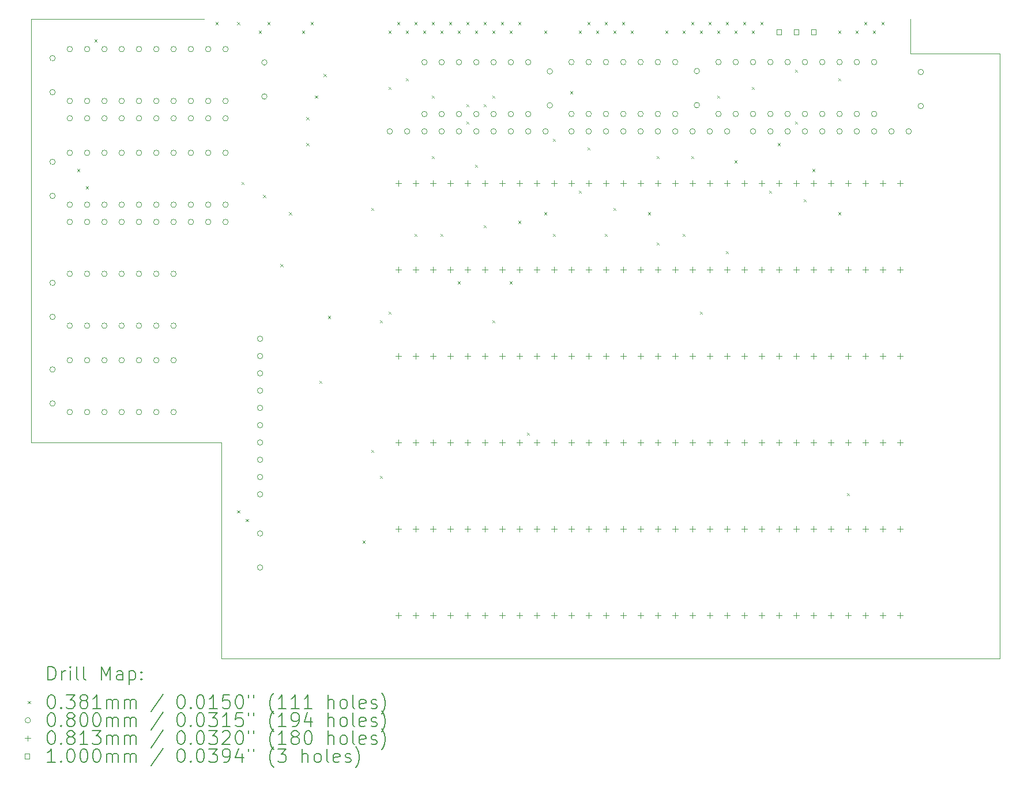
<source format=gbr>
%TF.GenerationSoftware,KiCad,Pcbnew,(6.0.7)*%
%TF.CreationDate,2022-10-12T10:44:46-05:00*%
%TF.ProjectId,CompaqPortableIIImemexp,436f6d70-6171-4506-9f72-7461626c6549,rev?*%
%TF.SameCoordinates,Original*%
%TF.FileFunction,Drillmap*%
%TF.FilePolarity,Positive*%
%FSLAX45Y45*%
G04 Gerber Fmt 4.5, Leading zero omitted, Abs format (unit mm)*
G04 Created by KiCad (PCBNEW (6.0.7)) date 2022-10-12 10:44:46*
%MOMM*%
%LPD*%
G01*
G04 APERTURE LIST*
%ADD10C,0.100000*%
%ADD11C,0.200000*%
%ADD12C,0.038100*%
%ADD13C,0.080000*%
%ADD14C,0.081280*%
G04 APERTURE END LIST*
D10*
X6604000Y-5461000D02*
X9144000Y-5461000D01*
X20828000Y-5969000D02*
X20828000Y-14859000D01*
X9398000Y-11684000D02*
X6604000Y-11684000D01*
X19522440Y-5969000D02*
X20828000Y-5969000D01*
X20828000Y-14859000D02*
X9398000Y-14859000D01*
X6604000Y-11684000D02*
X6604000Y-5461000D01*
X9398000Y-14859000D02*
X9398000Y-11684000D01*
X19522440Y-5969000D02*
X19522440Y-5461000D01*
D11*
D12*
X7283450Y-7664450D02*
X7321550Y-7702550D01*
X7321550Y-7664450D02*
X7283450Y-7702550D01*
X7410450Y-7918450D02*
X7448550Y-7956550D01*
X7448550Y-7918450D02*
X7410450Y-7956550D01*
X7537450Y-5759450D02*
X7575550Y-5797550D01*
X7575550Y-5759450D02*
X7537450Y-5797550D01*
X9315450Y-5505450D02*
X9353550Y-5543550D01*
X9353550Y-5505450D02*
X9315450Y-5543550D01*
X9632950Y-5505450D02*
X9671050Y-5543550D01*
X9671050Y-5505450D02*
X9632950Y-5543550D01*
X9632950Y-12680950D02*
X9671050Y-12719050D01*
X9671050Y-12680950D02*
X9632950Y-12719050D01*
X9696450Y-7854950D02*
X9734550Y-7893050D01*
X9734550Y-7854950D02*
X9696450Y-7893050D01*
X9759950Y-12807950D02*
X9798050Y-12846050D01*
X9798050Y-12807950D02*
X9759950Y-12846050D01*
X9950450Y-5632450D02*
X9988550Y-5670550D01*
X9988550Y-5632450D02*
X9950450Y-5670550D01*
X10013950Y-8045450D02*
X10052050Y-8083550D01*
X10052050Y-8045450D02*
X10013950Y-8083550D01*
X10077450Y-5505450D02*
X10115550Y-5543550D01*
X10115550Y-5505450D02*
X10077450Y-5543550D01*
X10267950Y-9061450D02*
X10306050Y-9099550D01*
X10306050Y-9061450D02*
X10267950Y-9099550D01*
X10394950Y-8299450D02*
X10433050Y-8337550D01*
X10433050Y-8299450D02*
X10394950Y-8337550D01*
X10585450Y-5632450D02*
X10623550Y-5670550D01*
X10623550Y-5632450D02*
X10585450Y-5670550D01*
X10648950Y-6902450D02*
X10687050Y-6940550D01*
X10687050Y-6902450D02*
X10648950Y-6940550D01*
X10648950Y-7283450D02*
X10687050Y-7321550D01*
X10687050Y-7283450D02*
X10648950Y-7321550D01*
X10712450Y-5505450D02*
X10750550Y-5543550D01*
X10750550Y-5505450D02*
X10712450Y-5543550D01*
X10775950Y-6584950D02*
X10814050Y-6623050D01*
X10814050Y-6584950D02*
X10775950Y-6623050D01*
X10839450Y-10775950D02*
X10877550Y-10814050D01*
X10877550Y-10775950D02*
X10839450Y-10814050D01*
X10902950Y-6267450D02*
X10941050Y-6305550D01*
X10941050Y-6267450D02*
X10902950Y-6305550D01*
X10966450Y-9823450D02*
X11004550Y-9861550D01*
X11004550Y-9823450D02*
X10966450Y-9861550D01*
X11474450Y-13125450D02*
X11512550Y-13163550D01*
X11512550Y-13125450D02*
X11474450Y-13163550D01*
X11601450Y-8235950D02*
X11639550Y-8274050D01*
X11639550Y-8235950D02*
X11601450Y-8274050D01*
X11601450Y-11791950D02*
X11639550Y-11830050D01*
X11639550Y-11791950D02*
X11601450Y-11830050D01*
X11728450Y-9886950D02*
X11766550Y-9925050D01*
X11766550Y-9886950D02*
X11728450Y-9925050D01*
X11728450Y-12172950D02*
X11766550Y-12211050D01*
X11766550Y-12172950D02*
X11728450Y-12211050D01*
X11855450Y-5632450D02*
X11893550Y-5670550D01*
X11893550Y-5632450D02*
X11855450Y-5670550D01*
X11855450Y-6457950D02*
X11893550Y-6496050D01*
X11893550Y-6457950D02*
X11855450Y-6496050D01*
X11855450Y-9759950D02*
X11893550Y-9798050D01*
X11893550Y-9759950D02*
X11855450Y-9798050D01*
X11982450Y-5505450D02*
X12020550Y-5543550D01*
X12020550Y-5505450D02*
X11982450Y-5543550D01*
X12109450Y-5632450D02*
X12147550Y-5670550D01*
X12147550Y-5632450D02*
X12109450Y-5670550D01*
X12109450Y-6330950D02*
X12147550Y-6369050D01*
X12147550Y-6330950D02*
X12109450Y-6369050D01*
X12236450Y-5505450D02*
X12274550Y-5543550D01*
X12274550Y-5505450D02*
X12236450Y-5543550D01*
X12236450Y-8616950D02*
X12274550Y-8655050D01*
X12274550Y-8616950D02*
X12236450Y-8655050D01*
X12363450Y-5632450D02*
X12401550Y-5670550D01*
X12401550Y-5632450D02*
X12363450Y-5670550D01*
X12490450Y-5505450D02*
X12528550Y-5543550D01*
X12528550Y-5505450D02*
X12490450Y-5543550D01*
X12490450Y-6584950D02*
X12528550Y-6623050D01*
X12528550Y-6584950D02*
X12490450Y-6623050D01*
X12490450Y-7473950D02*
X12528550Y-7512050D01*
X12528550Y-7473950D02*
X12490450Y-7512050D01*
X12617450Y-5632450D02*
X12655550Y-5670550D01*
X12655550Y-5632450D02*
X12617450Y-5670550D01*
X12617450Y-8616950D02*
X12655550Y-8655050D01*
X12655550Y-8616950D02*
X12617450Y-8655050D01*
X12744450Y-5505450D02*
X12782550Y-5543550D01*
X12782550Y-5505450D02*
X12744450Y-5543550D01*
X12871450Y-5632450D02*
X12909550Y-5670550D01*
X12909550Y-5632450D02*
X12871450Y-5670550D01*
X12871450Y-9315450D02*
X12909550Y-9353550D01*
X12909550Y-9315450D02*
X12871450Y-9353550D01*
X12998450Y-5505450D02*
X13036550Y-5543550D01*
X13036550Y-5505450D02*
X12998450Y-5543550D01*
X12998450Y-6711950D02*
X13036550Y-6750050D01*
X13036550Y-6711950D02*
X12998450Y-6750050D01*
X12998450Y-6965950D02*
X13036550Y-7004050D01*
X13036550Y-6965950D02*
X12998450Y-7004050D01*
X13125450Y-5632450D02*
X13163550Y-5670550D01*
X13163550Y-5632450D02*
X13125450Y-5670550D01*
X13125450Y-7600950D02*
X13163550Y-7639050D01*
X13163550Y-7600950D02*
X13125450Y-7639050D01*
X13252450Y-5505450D02*
X13290550Y-5543550D01*
X13290550Y-5505450D02*
X13252450Y-5543550D01*
X13252450Y-6711950D02*
X13290550Y-6750050D01*
X13290550Y-6711950D02*
X13252450Y-6750050D01*
X13252450Y-8489950D02*
X13290550Y-8528050D01*
X13290550Y-8489950D02*
X13252450Y-8528050D01*
X13379450Y-5632450D02*
X13417550Y-5670550D01*
X13417550Y-5632450D02*
X13379450Y-5670550D01*
X13379450Y-6584950D02*
X13417550Y-6623050D01*
X13417550Y-6584950D02*
X13379450Y-6623050D01*
X13379450Y-9886950D02*
X13417550Y-9925050D01*
X13417550Y-9886950D02*
X13379450Y-9925050D01*
X13506450Y-5505450D02*
X13544550Y-5543550D01*
X13544550Y-5505450D02*
X13506450Y-5543550D01*
X13633450Y-5632450D02*
X13671550Y-5670550D01*
X13671550Y-5632450D02*
X13633450Y-5670550D01*
X13633450Y-9315450D02*
X13671550Y-9353550D01*
X13671550Y-9315450D02*
X13633450Y-9353550D01*
X13760450Y-5505450D02*
X13798550Y-5543550D01*
X13798550Y-5505450D02*
X13760450Y-5543550D01*
X13760450Y-8426450D02*
X13798550Y-8464550D01*
X13798550Y-8426450D02*
X13760450Y-8464550D01*
X13887450Y-11537950D02*
X13925550Y-11576050D01*
X13925550Y-11537950D02*
X13887450Y-11576050D01*
X14141450Y-5632450D02*
X14179550Y-5670550D01*
X14179550Y-5632450D02*
X14141450Y-5670550D01*
X14141450Y-8299450D02*
X14179550Y-8337550D01*
X14179550Y-8299450D02*
X14141450Y-8337550D01*
X14268450Y-7219950D02*
X14306550Y-7258050D01*
X14306550Y-7219950D02*
X14268450Y-7258050D01*
X14268450Y-8616950D02*
X14306550Y-8655050D01*
X14306550Y-8616950D02*
X14268450Y-8655050D01*
X14522450Y-6521450D02*
X14560550Y-6559550D01*
X14560550Y-6521450D02*
X14522450Y-6559550D01*
X14649450Y-5632450D02*
X14687550Y-5670550D01*
X14687550Y-5632450D02*
X14649450Y-5670550D01*
X14649450Y-7981950D02*
X14687550Y-8020050D01*
X14687550Y-7981950D02*
X14649450Y-8020050D01*
X14776450Y-5505450D02*
X14814550Y-5543550D01*
X14814550Y-5505450D02*
X14776450Y-5543550D01*
X14776450Y-7346950D02*
X14814550Y-7385050D01*
X14814550Y-7346950D02*
X14776450Y-7385050D01*
X14903450Y-5632450D02*
X14941550Y-5670550D01*
X14941550Y-5632450D02*
X14903450Y-5670550D01*
X15030450Y-5505450D02*
X15068550Y-5543550D01*
X15068550Y-5505450D02*
X15030450Y-5543550D01*
X15030450Y-8616950D02*
X15068550Y-8655050D01*
X15068550Y-8616950D02*
X15030450Y-8655050D01*
X15157450Y-5632450D02*
X15195550Y-5670550D01*
X15195550Y-5632450D02*
X15157450Y-5670550D01*
X15157450Y-8235950D02*
X15195550Y-8274050D01*
X15195550Y-8235950D02*
X15157450Y-8274050D01*
X15284450Y-5505450D02*
X15322550Y-5543550D01*
X15322550Y-5505450D02*
X15284450Y-5543550D01*
X15411450Y-5632450D02*
X15449550Y-5670550D01*
X15449550Y-5632450D02*
X15411450Y-5670550D01*
X15665450Y-8299450D02*
X15703550Y-8337550D01*
X15703550Y-8299450D02*
X15665450Y-8337550D01*
X15792450Y-7473950D02*
X15830550Y-7512050D01*
X15830550Y-7473950D02*
X15792450Y-7512050D01*
X15792450Y-8743950D02*
X15830550Y-8782050D01*
X15830550Y-8743950D02*
X15792450Y-8782050D01*
X15919450Y-5632450D02*
X15957550Y-5670550D01*
X15957550Y-5632450D02*
X15919450Y-5670550D01*
X16173450Y-5632450D02*
X16211550Y-5670550D01*
X16211550Y-5632450D02*
X16173450Y-5670550D01*
X16173450Y-8616950D02*
X16211550Y-8655050D01*
X16211550Y-8616950D02*
X16173450Y-8655050D01*
X16300450Y-5505450D02*
X16338550Y-5543550D01*
X16338550Y-5505450D02*
X16300450Y-5543550D01*
X16300450Y-7473950D02*
X16338550Y-7512050D01*
X16338550Y-7473950D02*
X16300450Y-7512050D01*
X16427450Y-5632450D02*
X16465550Y-5670550D01*
X16465550Y-5632450D02*
X16427450Y-5670550D01*
X16427450Y-9759950D02*
X16465550Y-9798050D01*
X16465550Y-9759950D02*
X16427450Y-9798050D01*
X16554450Y-5505450D02*
X16592550Y-5543550D01*
X16592550Y-5505450D02*
X16554450Y-5543550D01*
X16681450Y-5632450D02*
X16719550Y-5670550D01*
X16719550Y-5632450D02*
X16681450Y-5670550D01*
X16681450Y-6584950D02*
X16719550Y-6623050D01*
X16719550Y-6584950D02*
X16681450Y-6623050D01*
X16808450Y-5505450D02*
X16846550Y-5543550D01*
X16846550Y-5505450D02*
X16808450Y-5543550D01*
X16808450Y-8870950D02*
X16846550Y-8909050D01*
X16846550Y-8870950D02*
X16808450Y-8909050D01*
X16935450Y-5632450D02*
X16973550Y-5670550D01*
X16973550Y-5632450D02*
X16935450Y-5670550D01*
X16935450Y-7537450D02*
X16973550Y-7575550D01*
X16973550Y-7537450D02*
X16935450Y-7575550D01*
X17062450Y-5505450D02*
X17100550Y-5543550D01*
X17100550Y-5505450D02*
X17062450Y-5543550D01*
X17189450Y-5632450D02*
X17227550Y-5670550D01*
X17227550Y-5632450D02*
X17189450Y-5670550D01*
X17189450Y-6457950D02*
X17227550Y-6496050D01*
X17227550Y-6457950D02*
X17189450Y-6496050D01*
X17316450Y-5505450D02*
X17354550Y-5543550D01*
X17354550Y-5505450D02*
X17316450Y-5543550D01*
X17443450Y-7981950D02*
X17481550Y-8020050D01*
X17481550Y-7981950D02*
X17443450Y-8020050D01*
X17570450Y-7283450D02*
X17608550Y-7321550D01*
X17608550Y-7283450D02*
X17570450Y-7321550D01*
X17824450Y-6203950D02*
X17862550Y-6242050D01*
X17862550Y-6203950D02*
X17824450Y-6242050D01*
X17824450Y-6965950D02*
X17862550Y-7004050D01*
X17862550Y-6965950D02*
X17824450Y-7004050D01*
X17951450Y-8108950D02*
X17989550Y-8147050D01*
X17989550Y-8108950D02*
X17951450Y-8147050D01*
X18078450Y-7664450D02*
X18116550Y-7702550D01*
X18116550Y-7664450D02*
X18078450Y-7702550D01*
X18459450Y-5632450D02*
X18497550Y-5670550D01*
X18497550Y-5632450D02*
X18459450Y-5670550D01*
X18459450Y-6330950D02*
X18497550Y-6369050D01*
X18497550Y-6330950D02*
X18459450Y-6369050D01*
X18459450Y-8299450D02*
X18497550Y-8337550D01*
X18497550Y-8299450D02*
X18459450Y-8337550D01*
X18586450Y-12426950D02*
X18624550Y-12465050D01*
X18624550Y-12426950D02*
X18586450Y-12465050D01*
X18713450Y-5632450D02*
X18751550Y-5670550D01*
X18751550Y-5632450D02*
X18713450Y-5670550D01*
X18840450Y-5505450D02*
X18878550Y-5543550D01*
X18878550Y-5505450D02*
X18840450Y-5543550D01*
X18967450Y-5632450D02*
X19005550Y-5670550D01*
X19005550Y-5632450D02*
X18967450Y-5670550D01*
X19094450Y-5505450D02*
X19132550Y-5543550D01*
X19132550Y-5505450D02*
X19094450Y-5543550D01*
D13*
X6961500Y-6036500D02*
G75*
G03*
X6961500Y-6036500I-40000J0D01*
G01*
X6961500Y-6536500D02*
G75*
G03*
X6961500Y-6536500I-40000J0D01*
G01*
X6961500Y-7560500D02*
G75*
G03*
X6961500Y-7560500I-40000J0D01*
G01*
X6961500Y-8060500D02*
G75*
G03*
X6961500Y-8060500I-40000J0D01*
G01*
X6961500Y-9338500D02*
G75*
G03*
X6961500Y-9338500I-40000J0D01*
G01*
X6961500Y-9838500D02*
G75*
G03*
X6961500Y-9838500I-40000J0D01*
G01*
X6961500Y-10612500D02*
G75*
G03*
X6961500Y-10612500I-40000J0D01*
G01*
X6961500Y-11112500D02*
G75*
G03*
X6961500Y-11112500I-40000J0D01*
G01*
X7215000Y-9206500D02*
G75*
G03*
X7215000Y-9206500I-40000J0D01*
G01*
X7215000Y-9968500D02*
G75*
G03*
X7215000Y-9968500I-40000J0D01*
G01*
X7215500Y-7429500D02*
G75*
G03*
X7215500Y-7429500I-40000J0D01*
G01*
X7215500Y-8191500D02*
G75*
G03*
X7215500Y-8191500I-40000J0D01*
G01*
X7215500Y-8445500D02*
G75*
G03*
X7215500Y-8445500I-40000J0D01*
G01*
X7215500Y-10477500D02*
G75*
G03*
X7215500Y-10477500I-40000J0D01*
G01*
X7215500Y-11239500D02*
G75*
G03*
X7215500Y-11239500I-40000J0D01*
G01*
X7216000Y-5904500D02*
G75*
G03*
X7216000Y-5904500I-40000J0D01*
G01*
X7216000Y-6666500D02*
G75*
G03*
X7216000Y-6666500I-40000J0D01*
G01*
X7216000Y-6921500D02*
G75*
G03*
X7216000Y-6921500I-40000J0D01*
G01*
X7469000Y-9206500D02*
G75*
G03*
X7469000Y-9206500I-40000J0D01*
G01*
X7469000Y-9968500D02*
G75*
G03*
X7469000Y-9968500I-40000J0D01*
G01*
X7469500Y-7429500D02*
G75*
G03*
X7469500Y-7429500I-40000J0D01*
G01*
X7469500Y-8191500D02*
G75*
G03*
X7469500Y-8191500I-40000J0D01*
G01*
X7469500Y-8445500D02*
G75*
G03*
X7469500Y-8445500I-40000J0D01*
G01*
X7469500Y-10477500D02*
G75*
G03*
X7469500Y-10477500I-40000J0D01*
G01*
X7469500Y-11239500D02*
G75*
G03*
X7469500Y-11239500I-40000J0D01*
G01*
X7470000Y-5904500D02*
G75*
G03*
X7470000Y-5904500I-40000J0D01*
G01*
X7470000Y-6666500D02*
G75*
G03*
X7470000Y-6666500I-40000J0D01*
G01*
X7470000Y-6921500D02*
G75*
G03*
X7470000Y-6921500I-40000J0D01*
G01*
X7723000Y-9206500D02*
G75*
G03*
X7723000Y-9206500I-40000J0D01*
G01*
X7723000Y-9968500D02*
G75*
G03*
X7723000Y-9968500I-40000J0D01*
G01*
X7723500Y-7429500D02*
G75*
G03*
X7723500Y-7429500I-40000J0D01*
G01*
X7723500Y-8191500D02*
G75*
G03*
X7723500Y-8191500I-40000J0D01*
G01*
X7723500Y-8445500D02*
G75*
G03*
X7723500Y-8445500I-40000J0D01*
G01*
X7723500Y-10477500D02*
G75*
G03*
X7723500Y-10477500I-40000J0D01*
G01*
X7723500Y-11239500D02*
G75*
G03*
X7723500Y-11239500I-40000J0D01*
G01*
X7724000Y-5904500D02*
G75*
G03*
X7724000Y-5904500I-40000J0D01*
G01*
X7724000Y-6666500D02*
G75*
G03*
X7724000Y-6666500I-40000J0D01*
G01*
X7724000Y-6921500D02*
G75*
G03*
X7724000Y-6921500I-40000J0D01*
G01*
X7977000Y-9206500D02*
G75*
G03*
X7977000Y-9206500I-40000J0D01*
G01*
X7977000Y-9968500D02*
G75*
G03*
X7977000Y-9968500I-40000J0D01*
G01*
X7977500Y-7429500D02*
G75*
G03*
X7977500Y-7429500I-40000J0D01*
G01*
X7977500Y-8191500D02*
G75*
G03*
X7977500Y-8191500I-40000J0D01*
G01*
X7977500Y-8445500D02*
G75*
G03*
X7977500Y-8445500I-40000J0D01*
G01*
X7977500Y-10477500D02*
G75*
G03*
X7977500Y-10477500I-40000J0D01*
G01*
X7977500Y-11239500D02*
G75*
G03*
X7977500Y-11239500I-40000J0D01*
G01*
X7978000Y-5904500D02*
G75*
G03*
X7978000Y-5904500I-40000J0D01*
G01*
X7978000Y-6666500D02*
G75*
G03*
X7978000Y-6666500I-40000J0D01*
G01*
X7978000Y-6921500D02*
G75*
G03*
X7978000Y-6921500I-40000J0D01*
G01*
X8231000Y-9206500D02*
G75*
G03*
X8231000Y-9206500I-40000J0D01*
G01*
X8231000Y-9968500D02*
G75*
G03*
X8231000Y-9968500I-40000J0D01*
G01*
X8231500Y-7429500D02*
G75*
G03*
X8231500Y-7429500I-40000J0D01*
G01*
X8231500Y-8191500D02*
G75*
G03*
X8231500Y-8191500I-40000J0D01*
G01*
X8231500Y-8445500D02*
G75*
G03*
X8231500Y-8445500I-40000J0D01*
G01*
X8231500Y-10477500D02*
G75*
G03*
X8231500Y-10477500I-40000J0D01*
G01*
X8231500Y-11239500D02*
G75*
G03*
X8231500Y-11239500I-40000J0D01*
G01*
X8232000Y-5904500D02*
G75*
G03*
X8232000Y-5904500I-40000J0D01*
G01*
X8232000Y-6666500D02*
G75*
G03*
X8232000Y-6666500I-40000J0D01*
G01*
X8232000Y-6921500D02*
G75*
G03*
X8232000Y-6921500I-40000J0D01*
G01*
X8485000Y-9206500D02*
G75*
G03*
X8485000Y-9206500I-40000J0D01*
G01*
X8485000Y-9968500D02*
G75*
G03*
X8485000Y-9968500I-40000J0D01*
G01*
X8485500Y-7429500D02*
G75*
G03*
X8485500Y-7429500I-40000J0D01*
G01*
X8485500Y-8191500D02*
G75*
G03*
X8485500Y-8191500I-40000J0D01*
G01*
X8485500Y-8445500D02*
G75*
G03*
X8485500Y-8445500I-40000J0D01*
G01*
X8485500Y-10477500D02*
G75*
G03*
X8485500Y-10477500I-40000J0D01*
G01*
X8485500Y-11239500D02*
G75*
G03*
X8485500Y-11239500I-40000J0D01*
G01*
X8486000Y-5904500D02*
G75*
G03*
X8486000Y-5904500I-40000J0D01*
G01*
X8486000Y-6666500D02*
G75*
G03*
X8486000Y-6666500I-40000J0D01*
G01*
X8486000Y-6921500D02*
G75*
G03*
X8486000Y-6921500I-40000J0D01*
G01*
X8739000Y-9206500D02*
G75*
G03*
X8739000Y-9206500I-40000J0D01*
G01*
X8739000Y-9968500D02*
G75*
G03*
X8739000Y-9968500I-40000J0D01*
G01*
X8739500Y-7429500D02*
G75*
G03*
X8739500Y-7429500I-40000J0D01*
G01*
X8739500Y-8191500D02*
G75*
G03*
X8739500Y-8191500I-40000J0D01*
G01*
X8739500Y-8445500D02*
G75*
G03*
X8739500Y-8445500I-40000J0D01*
G01*
X8739500Y-10477500D02*
G75*
G03*
X8739500Y-10477500I-40000J0D01*
G01*
X8739500Y-11239500D02*
G75*
G03*
X8739500Y-11239500I-40000J0D01*
G01*
X8740000Y-5904500D02*
G75*
G03*
X8740000Y-5904500I-40000J0D01*
G01*
X8740000Y-6666500D02*
G75*
G03*
X8740000Y-6666500I-40000J0D01*
G01*
X8740000Y-6921500D02*
G75*
G03*
X8740000Y-6921500I-40000J0D01*
G01*
X8993500Y-7429500D02*
G75*
G03*
X8993500Y-7429500I-40000J0D01*
G01*
X8993500Y-8191500D02*
G75*
G03*
X8993500Y-8191500I-40000J0D01*
G01*
X8993500Y-8445500D02*
G75*
G03*
X8993500Y-8445500I-40000J0D01*
G01*
X8994000Y-5904500D02*
G75*
G03*
X8994000Y-5904500I-40000J0D01*
G01*
X8994000Y-6666500D02*
G75*
G03*
X8994000Y-6666500I-40000J0D01*
G01*
X8994000Y-6921500D02*
G75*
G03*
X8994000Y-6921500I-40000J0D01*
G01*
X9247500Y-7429500D02*
G75*
G03*
X9247500Y-7429500I-40000J0D01*
G01*
X9247500Y-8191500D02*
G75*
G03*
X9247500Y-8191500I-40000J0D01*
G01*
X9247500Y-8445500D02*
G75*
G03*
X9247500Y-8445500I-40000J0D01*
G01*
X9248000Y-5904500D02*
G75*
G03*
X9248000Y-5904500I-40000J0D01*
G01*
X9248000Y-6666500D02*
G75*
G03*
X9248000Y-6666500I-40000J0D01*
G01*
X9248000Y-6921500D02*
G75*
G03*
X9248000Y-6921500I-40000J0D01*
G01*
X9501500Y-7429500D02*
G75*
G03*
X9501500Y-7429500I-40000J0D01*
G01*
X9501500Y-8191500D02*
G75*
G03*
X9501500Y-8191500I-40000J0D01*
G01*
X9501500Y-8445500D02*
G75*
G03*
X9501500Y-8445500I-40000J0D01*
G01*
X9502000Y-5904500D02*
G75*
G03*
X9502000Y-5904500I-40000J0D01*
G01*
X9502000Y-6666500D02*
G75*
G03*
X9502000Y-6666500I-40000J0D01*
G01*
X9502000Y-6921500D02*
G75*
G03*
X9502000Y-6921500I-40000J0D01*
G01*
X10009500Y-10160000D02*
G75*
G03*
X10009500Y-10160000I-40000J0D01*
G01*
X10009500Y-10414000D02*
G75*
G03*
X10009500Y-10414000I-40000J0D01*
G01*
X10009500Y-10668000D02*
G75*
G03*
X10009500Y-10668000I-40000J0D01*
G01*
X10009500Y-10922000D02*
G75*
G03*
X10009500Y-10922000I-40000J0D01*
G01*
X10009500Y-11176000D02*
G75*
G03*
X10009500Y-11176000I-40000J0D01*
G01*
X10009500Y-11430000D02*
G75*
G03*
X10009500Y-11430000I-40000J0D01*
G01*
X10009500Y-11684000D02*
G75*
G03*
X10009500Y-11684000I-40000J0D01*
G01*
X10009500Y-11938000D02*
G75*
G03*
X10009500Y-11938000I-40000J0D01*
G01*
X10009500Y-12192000D02*
G75*
G03*
X10009500Y-12192000I-40000J0D01*
G01*
X10009500Y-12446000D02*
G75*
G03*
X10009500Y-12446000I-40000J0D01*
G01*
X10009500Y-13021500D02*
G75*
G03*
X10009500Y-13021500I-40000J0D01*
G01*
X10009500Y-13521500D02*
G75*
G03*
X10009500Y-13521500I-40000J0D01*
G01*
X10073000Y-6100000D02*
G75*
G03*
X10073000Y-6100000I-40000J0D01*
G01*
X10073000Y-6600000D02*
G75*
G03*
X10073000Y-6600000I-40000J0D01*
G01*
X11915000Y-7112000D02*
G75*
G03*
X11915000Y-7112000I-40000J0D01*
G01*
X12169000Y-7112000D02*
G75*
G03*
X12169000Y-7112000I-40000J0D01*
G01*
X12422500Y-6096000D02*
G75*
G03*
X12422500Y-6096000I-40000J0D01*
G01*
X12422500Y-6858000D02*
G75*
G03*
X12422500Y-6858000I-40000J0D01*
G01*
X12423000Y-7112000D02*
G75*
G03*
X12423000Y-7112000I-40000J0D01*
G01*
X12676500Y-6096000D02*
G75*
G03*
X12676500Y-6096000I-40000J0D01*
G01*
X12676500Y-6858000D02*
G75*
G03*
X12676500Y-6858000I-40000J0D01*
G01*
X12677000Y-7112000D02*
G75*
G03*
X12677000Y-7112000I-40000J0D01*
G01*
X12930500Y-6096000D02*
G75*
G03*
X12930500Y-6096000I-40000J0D01*
G01*
X12930500Y-6858000D02*
G75*
G03*
X12930500Y-6858000I-40000J0D01*
G01*
X12931000Y-7112000D02*
G75*
G03*
X12931000Y-7112000I-40000J0D01*
G01*
X13184500Y-6096000D02*
G75*
G03*
X13184500Y-6096000I-40000J0D01*
G01*
X13184500Y-6858000D02*
G75*
G03*
X13184500Y-6858000I-40000J0D01*
G01*
X13185000Y-7112000D02*
G75*
G03*
X13185000Y-7112000I-40000J0D01*
G01*
X13438500Y-6096000D02*
G75*
G03*
X13438500Y-6096000I-40000J0D01*
G01*
X13438500Y-6858000D02*
G75*
G03*
X13438500Y-6858000I-40000J0D01*
G01*
X13439000Y-7112000D02*
G75*
G03*
X13439000Y-7112000I-40000J0D01*
G01*
X13692500Y-6096000D02*
G75*
G03*
X13692500Y-6096000I-40000J0D01*
G01*
X13692500Y-6858000D02*
G75*
G03*
X13692500Y-6858000I-40000J0D01*
G01*
X13693000Y-7112000D02*
G75*
G03*
X13693000Y-7112000I-40000J0D01*
G01*
X13946500Y-6096000D02*
G75*
G03*
X13946500Y-6096000I-40000J0D01*
G01*
X13946500Y-6858000D02*
G75*
G03*
X13946500Y-6858000I-40000J0D01*
G01*
X13947000Y-7112000D02*
G75*
G03*
X13947000Y-7112000I-40000J0D01*
G01*
X14201000Y-7112000D02*
G75*
G03*
X14201000Y-7112000I-40000J0D01*
G01*
X14264000Y-6231000D02*
G75*
G03*
X14264000Y-6231000I-40000J0D01*
G01*
X14264000Y-6731000D02*
G75*
G03*
X14264000Y-6731000I-40000J0D01*
G01*
X14581000Y-6095000D02*
G75*
G03*
X14581000Y-6095000I-40000J0D01*
G01*
X14581000Y-6857000D02*
G75*
G03*
X14581000Y-6857000I-40000J0D01*
G01*
X14582000Y-7112000D02*
G75*
G03*
X14582000Y-7112000I-40000J0D01*
G01*
X14835000Y-6095000D02*
G75*
G03*
X14835000Y-6095000I-40000J0D01*
G01*
X14835000Y-6857000D02*
G75*
G03*
X14835000Y-6857000I-40000J0D01*
G01*
X14836000Y-7112000D02*
G75*
G03*
X14836000Y-7112000I-40000J0D01*
G01*
X15089000Y-6095000D02*
G75*
G03*
X15089000Y-6095000I-40000J0D01*
G01*
X15089000Y-6857000D02*
G75*
G03*
X15089000Y-6857000I-40000J0D01*
G01*
X15090000Y-7112000D02*
G75*
G03*
X15090000Y-7112000I-40000J0D01*
G01*
X15343000Y-6095000D02*
G75*
G03*
X15343000Y-6095000I-40000J0D01*
G01*
X15343000Y-6857000D02*
G75*
G03*
X15343000Y-6857000I-40000J0D01*
G01*
X15344000Y-7112000D02*
G75*
G03*
X15344000Y-7112000I-40000J0D01*
G01*
X15597000Y-6095000D02*
G75*
G03*
X15597000Y-6095000I-40000J0D01*
G01*
X15597000Y-6857000D02*
G75*
G03*
X15597000Y-6857000I-40000J0D01*
G01*
X15598000Y-7112000D02*
G75*
G03*
X15598000Y-7112000I-40000J0D01*
G01*
X15851000Y-6095000D02*
G75*
G03*
X15851000Y-6095000I-40000J0D01*
G01*
X15851000Y-6857000D02*
G75*
G03*
X15851000Y-6857000I-40000J0D01*
G01*
X15852000Y-7112000D02*
G75*
G03*
X15852000Y-7112000I-40000J0D01*
G01*
X16105000Y-6095000D02*
G75*
G03*
X16105000Y-6095000I-40000J0D01*
G01*
X16105000Y-6857000D02*
G75*
G03*
X16105000Y-6857000I-40000J0D01*
G01*
X16106000Y-7112000D02*
G75*
G03*
X16106000Y-7112000I-40000J0D01*
G01*
X16360000Y-7112000D02*
G75*
G03*
X16360000Y-7112000I-40000J0D01*
G01*
X16423000Y-6227000D02*
G75*
G03*
X16423000Y-6227000I-40000J0D01*
G01*
X16423000Y-6727000D02*
G75*
G03*
X16423000Y-6727000I-40000J0D01*
G01*
X16614000Y-7112000D02*
G75*
G03*
X16614000Y-7112000I-40000J0D01*
G01*
X16741000Y-6095000D02*
G75*
G03*
X16741000Y-6095000I-40000J0D01*
G01*
X16741000Y-6857000D02*
G75*
G03*
X16741000Y-6857000I-40000J0D01*
G01*
X16868000Y-7112000D02*
G75*
G03*
X16868000Y-7112000I-40000J0D01*
G01*
X16995000Y-6095000D02*
G75*
G03*
X16995000Y-6095000I-40000J0D01*
G01*
X16995000Y-6857000D02*
G75*
G03*
X16995000Y-6857000I-40000J0D01*
G01*
X17249000Y-6095000D02*
G75*
G03*
X17249000Y-6095000I-40000J0D01*
G01*
X17249000Y-6857000D02*
G75*
G03*
X17249000Y-6857000I-40000J0D01*
G01*
X17249000Y-7112000D02*
G75*
G03*
X17249000Y-7112000I-40000J0D01*
G01*
X17503000Y-6095000D02*
G75*
G03*
X17503000Y-6095000I-40000J0D01*
G01*
X17503000Y-6857000D02*
G75*
G03*
X17503000Y-6857000I-40000J0D01*
G01*
X17503000Y-7112000D02*
G75*
G03*
X17503000Y-7112000I-40000J0D01*
G01*
X17757000Y-6095000D02*
G75*
G03*
X17757000Y-6095000I-40000J0D01*
G01*
X17757000Y-6857000D02*
G75*
G03*
X17757000Y-6857000I-40000J0D01*
G01*
X17757000Y-7112000D02*
G75*
G03*
X17757000Y-7112000I-40000J0D01*
G01*
X18011000Y-6095000D02*
G75*
G03*
X18011000Y-6095000I-40000J0D01*
G01*
X18011000Y-6857000D02*
G75*
G03*
X18011000Y-6857000I-40000J0D01*
G01*
X18011000Y-7112000D02*
G75*
G03*
X18011000Y-7112000I-40000J0D01*
G01*
X18265000Y-6095000D02*
G75*
G03*
X18265000Y-6095000I-40000J0D01*
G01*
X18265000Y-6857000D02*
G75*
G03*
X18265000Y-6857000I-40000J0D01*
G01*
X18265000Y-7112000D02*
G75*
G03*
X18265000Y-7112000I-40000J0D01*
G01*
X18519000Y-6095000D02*
G75*
G03*
X18519000Y-6095000I-40000J0D01*
G01*
X18519000Y-6857000D02*
G75*
G03*
X18519000Y-6857000I-40000J0D01*
G01*
X18519000Y-7112000D02*
G75*
G03*
X18519000Y-7112000I-40000J0D01*
G01*
X18773000Y-6095000D02*
G75*
G03*
X18773000Y-6095000I-40000J0D01*
G01*
X18773000Y-6857000D02*
G75*
G03*
X18773000Y-6857000I-40000J0D01*
G01*
X18773000Y-7112000D02*
G75*
G03*
X18773000Y-7112000I-40000J0D01*
G01*
X19027000Y-6095000D02*
G75*
G03*
X19027000Y-6095000I-40000J0D01*
G01*
X19027000Y-6857000D02*
G75*
G03*
X19027000Y-6857000I-40000J0D01*
G01*
X19027000Y-7112000D02*
G75*
G03*
X19027000Y-7112000I-40000J0D01*
G01*
X19281000Y-7112000D02*
G75*
G03*
X19281000Y-7112000I-40000J0D01*
G01*
X19535000Y-7112000D02*
G75*
G03*
X19535000Y-7112000I-40000J0D01*
G01*
X19711940Y-6240412D02*
G75*
G03*
X19711940Y-6240412I-40000J0D01*
G01*
X19711940Y-6740412D02*
G75*
G03*
X19711940Y-6740412I-40000J0D01*
G01*
D14*
X12001500Y-7833360D02*
X12001500Y-7914640D01*
X11960860Y-7874000D02*
X12042140Y-7874000D01*
X12001500Y-9103360D02*
X12001500Y-9184640D01*
X11960860Y-9144000D02*
X12042140Y-9144000D01*
X12001500Y-10373360D02*
X12001500Y-10454640D01*
X11960860Y-10414000D02*
X12042140Y-10414000D01*
X12001500Y-11643360D02*
X12001500Y-11724640D01*
X11960860Y-11684000D02*
X12042140Y-11684000D01*
X12001500Y-12913360D02*
X12001500Y-12994640D01*
X11960860Y-12954000D02*
X12042140Y-12954000D01*
X12001500Y-14183360D02*
X12001500Y-14264640D01*
X11960860Y-14224000D02*
X12042140Y-14224000D01*
X12255500Y-7833360D02*
X12255500Y-7914640D01*
X12214860Y-7874000D02*
X12296140Y-7874000D01*
X12255500Y-9103360D02*
X12255500Y-9184640D01*
X12214860Y-9144000D02*
X12296140Y-9144000D01*
X12255500Y-10373360D02*
X12255500Y-10454640D01*
X12214860Y-10414000D02*
X12296140Y-10414000D01*
X12255500Y-11643360D02*
X12255500Y-11724640D01*
X12214860Y-11684000D02*
X12296140Y-11684000D01*
X12255500Y-12913360D02*
X12255500Y-12994640D01*
X12214860Y-12954000D02*
X12296140Y-12954000D01*
X12255500Y-14183360D02*
X12255500Y-14264640D01*
X12214860Y-14224000D02*
X12296140Y-14224000D01*
X12509500Y-7833360D02*
X12509500Y-7914640D01*
X12468860Y-7874000D02*
X12550140Y-7874000D01*
X12509500Y-9103360D02*
X12509500Y-9184640D01*
X12468860Y-9144000D02*
X12550140Y-9144000D01*
X12509500Y-10373360D02*
X12509500Y-10454640D01*
X12468860Y-10414000D02*
X12550140Y-10414000D01*
X12509500Y-11643360D02*
X12509500Y-11724640D01*
X12468860Y-11684000D02*
X12550140Y-11684000D01*
X12509500Y-12913360D02*
X12509500Y-12994640D01*
X12468860Y-12954000D02*
X12550140Y-12954000D01*
X12509500Y-14183360D02*
X12509500Y-14264640D01*
X12468860Y-14224000D02*
X12550140Y-14224000D01*
X12763500Y-7833360D02*
X12763500Y-7914640D01*
X12722860Y-7874000D02*
X12804140Y-7874000D01*
X12763500Y-9103360D02*
X12763500Y-9184640D01*
X12722860Y-9144000D02*
X12804140Y-9144000D01*
X12763500Y-10373360D02*
X12763500Y-10454640D01*
X12722860Y-10414000D02*
X12804140Y-10414000D01*
X12763500Y-11643360D02*
X12763500Y-11724640D01*
X12722860Y-11684000D02*
X12804140Y-11684000D01*
X12763500Y-12913360D02*
X12763500Y-12994640D01*
X12722860Y-12954000D02*
X12804140Y-12954000D01*
X12763500Y-14183360D02*
X12763500Y-14264640D01*
X12722860Y-14224000D02*
X12804140Y-14224000D01*
X13017500Y-7833360D02*
X13017500Y-7914640D01*
X12976860Y-7874000D02*
X13058140Y-7874000D01*
X13017500Y-9103360D02*
X13017500Y-9184640D01*
X12976860Y-9144000D02*
X13058140Y-9144000D01*
X13017500Y-10373360D02*
X13017500Y-10454640D01*
X12976860Y-10414000D02*
X13058140Y-10414000D01*
X13017500Y-11643360D02*
X13017500Y-11724640D01*
X12976860Y-11684000D02*
X13058140Y-11684000D01*
X13017500Y-12913360D02*
X13017500Y-12994640D01*
X12976860Y-12954000D02*
X13058140Y-12954000D01*
X13017500Y-14183360D02*
X13017500Y-14264640D01*
X12976860Y-14224000D02*
X13058140Y-14224000D01*
X13271500Y-7833360D02*
X13271500Y-7914640D01*
X13230860Y-7874000D02*
X13312140Y-7874000D01*
X13271500Y-9103360D02*
X13271500Y-9184640D01*
X13230860Y-9144000D02*
X13312140Y-9144000D01*
X13271500Y-10373360D02*
X13271500Y-10454640D01*
X13230860Y-10414000D02*
X13312140Y-10414000D01*
X13271500Y-11643360D02*
X13271500Y-11724640D01*
X13230860Y-11684000D02*
X13312140Y-11684000D01*
X13271500Y-12913360D02*
X13271500Y-12994640D01*
X13230860Y-12954000D02*
X13312140Y-12954000D01*
X13271500Y-14183360D02*
X13271500Y-14264640D01*
X13230860Y-14224000D02*
X13312140Y-14224000D01*
X13525500Y-7833360D02*
X13525500Y-7914640D01*
X13484860Y-7874000D02*
X13566140Y-7874000D01*
X13525500Y-9103360D02*
X13525500Y-9184640D01*
X13484860Y-9144000D02*
X13566140Y-9144000D01*
X13525500Y-10373360D02*
X13525500Y-10454640D01*
X13484860Y-10414000D02*
X13566140Y-10414000D01*
X13525500Y-11643360D02*
X13525500Y-11724640D01*
X13484860Y-11684000D02*
X13566140Y-11684000D01*
X13525500Y-12913360D02*
X13525500Y-12994640D01*
X13484860Y-12954000D02*
X13566140Y-12954000D01*
X13525500Y-14183360D02*
X13525500Y-14264640D01*
X13484860Y-14224000D02*
X13566140Y-14224000D01*
X13779500Y-7833360D02*
X13779500Y-7914640D01*
X13738860Y-7874000D02*
X13820140Y-7874000D01*
X13779500Y-9103360D02*
X13779500Y-9184640D01*
X13738860Y-9144000D02*
X13820140Y-9144000D01*
X13779500Y-10373360D02*
X13779500Y-10454640D01*
X13738860Y-10414000D02*
X13820140Y-10414000D01*
X13779500Y-11643360D02*
X13779500Y-11724640D01*
X13738860Y-11684000D02*
X13820140Y-11684000D01*
X13779500Y-12913360D02*
X13779500Y-12994640D01*
X13738860Y-12954000D02*
X13820140Y-12954000D01*
X13779500Y-14183360D02*
X13779500Y-14264640D01*
X13738860Y-14224000D02*
X13820140Y-14224000D01*
X14033500Y-7833360D02*
X14033500Y-7914640D01*
X13992860Y-7874000D02*
X14074140Y-7874000D01*
X14033500Y-9103360D02*
X14033500Y-9184640D01*
X13992860Y-9144000D02*
X14074140Y-9144000D01*
X14033500Y-10373360D02*
X14033500Y-10454640D01*
X13992860Y-10414000D02*
X14074140Y-10414000D01*
X14033500Y-11643360D02*
X14033500Y-11724640D01*
X13992860Y-11684000D02*
X14074140Y-11684000D01*
X14033500Y-12913360D02*
X14033500Y-12994640D01*
X13992860Y-12954000D02*
X14074140Y-12954000D01*
X14033500Y-14183360D02*
X14033500Y-14264640D01*
X13992860Y-14224000D02*
X14074140Y-14224000D01*
X14287500Y-7833360D02*
X14287500Y-7914640D01*
X14246860Y-7874000D02*
X14328140Y-7874000D01*
X14287500Y-9103360D02*
X14287500Y-9184640D01*
X14246860Y-9144000D02*
X14328140Y-9144000D01*
X14287500Y-10373360D02*
X14287500Y-10454640D01*
X14246860Y-10414000D02*
X14328140Y-10414000D01*
X14287500Y-11643360D02*
X14287500Y-11724640D01*
X14246860Y-11684000D02*
X14328140Y-11684000D01*
X14287500Y-12913360D02*
X14287500Y-12994640D01*
X14246860Y-12954000D02*
X14328140Y-12954000D01*
X14287500Y-14183360D02*
X14287500Y-14264640D01*
X14246860Y-14224000D02*
X14328140Y-14224000D01*
X14541500Y-7833360D02*
X14541500Y-7914640D01*
X14500860Y-7874000D02*
X14582140Y-7874000D01*
X14541500Y-9103360D02*
X14541500Y-9184640D01*
X14500860Y-9144000D02*
X14582140Y-9144000D01*
X14541500Y-10373360D02*
X14541500Y-10454640D01*
X14500860Y-10414000D02*
X14582140Y-10414000D01*
X14541500Y-11643360D02*
X14541500Y-11724640D01*
X14500860Y-11684000D02*
X14582140Y-11684000D01*
X14541500Y-12913360D02*
X14541500Y-12994640D01*
X14500860Y-12954000D02*
X14582140Y-12954000D01*
X14541500Y-14183360D02*
X14541500Y-14264640D01*
X14500860Y-14224000D02*
X14582140Y-14224000D01*
X14795500Y-7833360D02*
X14795500Y-7914640D01*
X14754860Y-7874000D02*
X14836140Y-7874000D01*
X14795500Y-9103360D02*
X14795500Y-9184640D01*
X14754860Y-9144000D02*
X14836140Y-9144000D01*
X14795500Y-10373360D02*
X14795500Y-10454640D01*
X14754860Y-10414000D02*
X14836140Y-10414000D01*
X14795500Y-11643360D02*
X14795500Y-11724640D01*
X14754860Y-11684000D02*
X14836140Y-11684000D01*
X14795500Y-12913360D02*
X14795500Y-12994640D01*
X14754860Y-12954000D02*
X14836140Y-12954000D01*
X14795500Y-14183360D02*
X14795500Y-14264640D01*
X14754860Y-14224000D02*
X14836140Y-14224000D01*
X15049500Y-7833360D02*
X15049500Y-7914640D01*
X15008860Y-7874000D02*
X15090140Y-7874000D01*
X15049500Y-9103360D02*
X15049500Y-9184640D01*
X15008860Y-9144000D02*
X15090140Y-9144000D01*
X15049500Y-10373360D02*
X15049500Y-10454640D01*
X15008860Y-10414000D02*
X15090140Y-10414000D01*
X15049500Y-11643360D02*
X15049500Y-11724640D01*
X15008860Y-11684000D02*
X15090140Y-11684000D01*
X15049500Y-12913360D02*
X15049500Y-12994640D01*
X15008860Y-12954000D02*
X15090140Y-12954000D01*
X15049500Y-14183360D02*
X15049500Y-14264640D01*
X15008860Y-14224000D02*
X15090140Y-14224000D01*
X15303500Y-7833360D02*
X15303500Y-7914640D01*
X15262860Y-7874000D02*
X15344140Y-7874000D01*
X15303500Y-9103360D02*
X15303500Y-9184640D01*
X15262860Y-9144000D02*
X15344140Y-9144000D01*
X15303500Y-10373360D02*
X15303500Y-10454640D01*
X15262860Y-10414000D02*
X15344140Y-10414000D01*
X15303500Y-11643360D02*
X15303500Y-11724640D01*
X15262860Y-11684000D02*
X15344140Y-11684000D01*
X15303500Y-12913360D02*
X15303500Y-12994640D01*
X15262860Y-12954000D02*
X15344140Y-12954000D01*
X15303500Y-14183360D02*
X15303500Y-14264640D01*
X15262860Y-14224000D02*
X15344140Y-14224000D01*
X15557500Y-7833360D02*
X15557500Y-7914640D01*
X15516860Y-7874000D02*
X15598140Y-7874000D01*
X15557500Y-9103360D02*
X15557500Y-9184640D01*
X15516860Y-9144000D02*
X15598140Y-9144000D01*
X15557500Y-10373360D02*
X15557500Y-10454640D01*
X15516860Y-10414000D02*
X15598140Y-10414000D01*
X15557500Y-11643360D02*
X15557500Y-11724640D01*
X15516860Y-11684000D02*
X15598140Y-11684000D01*
X15557500Y-12913360D02*
X15557500Y-12994640D01*
X15516860Y-12954000D02*
X15598140Y-12954000D01*
X15557500Y-14183360D02*
X15557500Y-14264640D01*
X15516860Y-14224000D02*
X15598140Y-14224000D01*
X15811500Y-7833360D02*
X15811500Y-7914640D01*
X15770860Y-7874000D02*
X15852140Y-7874000D01*
X15811500Y-9103360D02*
X15811500Y-9184640D01*
X15770860Y-9144000D02*
X15852140Y-9144000D01*
X15811500Y-10373360D02*
X15811500Y-10454640D01*
X15770860Y-10414000D02*
X15852140Y-10414000D01*
X15811500Y-11643360D02*
X15811500Y-11724640D01*
X15770860Y-11684000D02*
X15852140Y-11684000D01*
X15811500Y-12913360D02*
X15811500Y-12994640D01*
X15770860Y-12954000D02*
X15852140Y-12954000D01*
X15811500Y-14183360D02*
X15811500Y-14264640D01*
X15770860Y-14224000D02*
X15852140Y-14224000D01*
X16065500Y-7833360D02*
X16065500Y-7914640D01*
X16024860Y-7874000D02*
X16106140Y-7874000D01*
X16065500Y-9103360D02*
X16065500Y-9184640D01*
X16024860Y-9144000D02*
X16106140Y-9144000D01*
X16065500Y-10373360D02*
X16065500Y-10454640D01*
X16024860Y-10414000D02*
X16106140Y-10414000D01*
X16065500Y-11643360D02*
X16065500Y-11724640D01*
X16024860Y-11684000D02*
X16106140Y-11684000D01*
X16065500Y-12913360D02*
X16065500Y-12994640D01*
X16024860Y-12954000D02*
X16106140Y-12954000D01*
X16065500Y-14183360D02*
X16065500Y-14264640D01*
X16024860Y-14224000D02*
X16106140Y-14224000D01*
X16319500Y-7833360D02*
X16319500Y-7914640D01*
X16278860Y-7874000D02*
X16360140Y-7874000D01*
X16319500Y-9103360D02*
X16319500Y-9184640D01*
X16278860Y-9144000D02*
X16360140Y-9144000D01*
X16319500Y-10373360D02*
X16319500Y-10454640D01*
X16278860Y-10414000D02*
X16360140Y-10414000D01*
X16319500Y-11643360D02*
X16319500Y-11724640D01*
X16278860Y-11684000D02*
X16360140Y-11684000D01*
X16319500Y-12913360D02*
X16319500Y-12994640D01*
X16278860Y-12954000D02*
X16360140Y-12954000D01*
X16319500Y-14183360D02*
X16319500Y-14264640D01*
X16278860Y-14224000D02*
X16360140Y-14224000D01*
X16573500Y-7833360D02*
X16573500Y-7914640D01*
X16532860Y-7874000D02*
X16614140Y-7874000D01*
X16573500Y-9103360D02*
X16573500Y-9184640D01*
X16532860Y-9144000D02*
X16614140Y-9144000D01*
X16573500Y-10373360D02*
X16573500Y-10454640D01*
X16532860Y-10414000D02*
X16614140Y-10414000D01*
X16573500Y-11643360D02*
X16573500Y-11724640D01*
X16532860Y-11684000D02*
X16614140Y-11684000D01*
X16573500Y-12913360D02*
X16573500Y-12994640D01*
X16532860Y-12954000D02*
X16614140Y-12954000D01*
X16573500Y-14183360D02*
X16573500Y-14264640D01*
X16532860Y-14224000D02*
X16614140Y-14224000D01*
X16827500Y-7833360D02*
X16827500Y-7914640D01*
X16786860Y-7874000D02*
X16868140Y-7874000D01*
X16827500Y-9103360D02*
X16827500Y-9184640D01*
X16786860Y-9144000D02*
X16868140Y-9144000D01*
X16827500Y-10373360D02*
X16827500Y-10454640D01*
X16786860Y-10414000D02*
X16868140Y-10414000D01*
X16827500Y-11643360D02*
X16827500Y-11724640D01*
X16786860Y-11684000D02*
X16868140Y-11684000D01*
X16827500Y-12913360D02*
X16827500Y-12994640D01*
X16786860Y-12954000D02*
X16868140Y-12954000D01*
X16827500Y-14183360D02*
X16827500Y-14264640D01*
X16786860Y-14224000D02*
X16868140Y-14224000D01*
X17081500Y-7833360D02*
X17081500Y-7914640D01*
X17040860Y-7874000D02*
X17122140Y-7874000D01*
X17081500Y-9103360D02*
X17081500Y-9184640D01*
X17040860Y-9144000D02*
X17122140Y-9144000D01*
X17081500Y-10373360D02*
X17081500Y-10454640D01*
X17040860Y-10414000D02*
X17122140Y-10414000D01*
X17081500Y-11643360D02*
X17081500Y-11724640D01*
X17040860Y-11684000D02*
X17122140Y-11684000D01*
X17081500Y-12913360D02*
X17081500Y-12994640D01*
X17040860Y-12954000D02*
X17122140Y-12954000D01*
X17081500Y-14183360D02*
X17081500Y-14264640D01*
X17040860Y-14224000D02*
X17122140Y-14224000D01*
X17335500Y-7833360D02*
X17335500Y-7914640D01*
X17294860Y-7874000D02*
X17376140Y-7874000D01*
X17335500Y-9103360D02*
X17335500Y-9184640D01*
X17294860Y-9144000D02*
X17376140Y-9144000D01*
X17335500Y-10373360D02*
X17335500Y-10454640D01*
X17294860Y-10414000D02*
X17376140Y-10414000D01*
X17335500Y-11643360D02*
X17335500Y-11724640D01*
X17294860Y-11684000D02*
X17376140Y-11684000D01*
X17335500Y-12913360D02*
X17335500Y-12994640D01*
X17294860Y-12954000D02*
X17376140Y-12954000D01*
X17335500Y-14183360D02*
X17335500Y-14264640D01*
X17294860Y-14224000D02*
X17376140Y-14224000D01*
X17589500Y-7833360D02*
X17589500Y-7914640D01*
X17548860Y-7874000D02*
X17630140Y-7874000D01*
X17589500Y-9103360D02*
X17589500Y-9184640D01*
X17548860Y-9144000D02*
X17630140Y-9144000D01*
X17589500Y-10373360D02*
X17589500Y-10454640D01*
X17548860Y-10414000D02*
X17630140Y-10414000D01*
X17589500Y-11643360D02*
X17589500Y-11724640D01*
X17548860Y-11684000D02*
X17630140Y-11684000D01*
X17589500Y-12913360D02*
X17589500Y-12994640D01*
X17548860Y-12954000D02*
X17630140Y-12954000D01*
X17589500Y-14183360D02*
X17589500Y-14264640D01*
X17548860Y-14224000D02*
X17630140Y-14224000D01*
X17843500Y-7833360D02*
X17843500Y-7914640D01*
X17802860Y-7874000D02*
X17884140Y-7874000D01*
X17843500Y-9103360D02*
X17843500Y-9184640D01*
X17802860Y-9144000D02*
X17884140Y-9144000D01*
X17843500Y-10373360D02*
X17843500Y-10454640D01*
X17802860Y-10414000D02*
X17884140Y-10414000D01*
X17843500Y-11643360D02*
X17843500Y-11724640D01*
X17802860Y-11684000D02*
X17884140Y-11684000D01*
X17843500Y-12913360D02*
X17843500Y-12994640D01*
X17802860Y-12954000D02*
X17884140Y-12954000D01*
X17843500Y-14183360D02*
X17843500Y-14264640D01*
X17802860Y-14224000D02*
X17884140Y-14224000D01*
X18097500Y-7833360D02*
X18097500Y-7914640D01*
X18056860Y-7874000D02*
X18138140Y-7874000D01*
X18097500Y-9103360D02*
X18097500Y-9184640D01*
X18056860Y-9144000D02*
X18138140Y-9144000D01*
X18097500Y-10373360D02*
X18097500Y-10454640D01*
X18056860Y-10414000D02*
X18138140Y-10414000D01*
X18097500Y-11643360D02*
X18097500Y-11724640D01*
X18056860Y-11684000D02*
X18138140Y-11684000D01*
X18097500Y-12913360D02*
X18097500Y-12994640D01*
X18056860Y-12954000D02*
X18138140Y-12954000D01*
X18097500Y-14183360D02*
X18097500Y-14264640D01*
X18056860Y-14224000D02*
X18138140Y-14224000D01*
X18351500Y-7833360D02*
X18351500Y-7914640D01*
X18310860Y-7874000D02*
X18392140Y-7874000D01*
X18351500Y-9103360D02*
X18351500Y-9184640D01*
X18310860Y-9144000D02*
X18392140Y-9144000D01*
X18351500Y-10373360D02*
X18351500Y-10454640D01*
X18310860Y-10414000D02*
X18392140Y-10414000D01*
X18351500Y-11643360D02*
X18351500Y-11724640D01*
X18310860Y-11684000D02*
X18392140Y-11684000D01*
X18351500Y-12913360D02*
X18351500Y-12994640D01*
X18310860Y-12954000D02*
X18392140Y-12954000D01*
X18351500Y-14183360D02*
X18351500Y-14264640D01*
X18310860Y-14224000D02*
X18392140Y-14224000D01*
X18605500Y-7833360D02*
X18605500Y-7914640D01*
X18564860Y-7874000D02*
X18646140Y-7874000D01*
X18605500Y-9103360D02*
X18605500Y-9184640D01*
X18564860Y-9144000D02*
X18646140Y-9144000D01*
X18605500Y-10373360D02*
X18605500Y-10454640D01*
X18564860Y-10414000D02*
X18646140Y-10414000D01*
X18605500Y-11643360D02*
X18605500Y-11724640D01*
X18564860Y-11684000D02*
X18646140Y-11684000D01*
X18605500Y-12913360D02*
X18605500Y-12994640D01*
X18564860Y-12954000D02*
X18646140Y-12954000D01*
X18605500Y-14183360D02*
X18605500Y-14264640D01*
X18564860Y-14224000D02*
X18646140Y-14224000D01*
X18859500Y-7833360D02*
X18859500Y-7914640D01*
X18818860Y-7874000D02*
X18900140Y-7874000D01*
X18859500Y-9103360D02*
X18859500Y-9184640D01*
X18818860Y-9144000D02*
X18900140Y-9144000D01*
X18859500Y-10373360D02*
X18859500Y-10454640D01*
X18818860Y-10414000D02*
X18900140Y-10414000D01*
X18859500Y-11643360D02*
X18859500Y-11724640D01*
X18818860Y-11684000D02*
X18900140Y-11684000D01*
X18859500Y-12913360D02*
X18859500Y-12994640D01*
X18818860Y-12954000D02*
X18900140Y-12954000D01*
X18859500Y-14183360D02*
X18859500Y-14264640D01*
X18818860Y-14224000D02*
X18900140Y-14224000D01*
X19113500Y-7833360D02*
X19113500Y-7914640D01*
X19072860Y-7874000D02*
X19154140Y-7874000D01*
X19113500Y-9103360D02*
X19113500Y-9184640D01*
X19072860Y-9144000D02*
X19154140Y-9144000D01*
X19113500Y-10373360D02*
X19113500Y-10454640D01*
X19072860Y-10414000D02*
X19154140Y-10414000D01*
X19113500Y-11643360D02*
X19113500Y-11724640D01*
X19072860Y-11684000D02*
X19154140Y-11684000D01*
X19113500Y-12913360D02*
X19113500Y-12994640D01*
X19072860Y-12954000D02*
X19154140Y-12954000D01*
X19113500Y-14183360D02*
X19113500Y-14264640D01*
X19072860Y-14224000D02*
X19154140Y-14224000D01*
X19367500Y-7833360D02*
X19367500Y-7914640D01*
X19326860Y-7874000D02*
X19408140Y-7874000D01*
X19367500Y-9103360D02*
X19367500Y-9184640D01*
X19326860Y-9144000D02*
X19408140Y-9144000D01*
X19367500Y-10373360D02*
X19367500Y-10454640D01*
X19326860Y-10414000D02*
X19408140Y-10414000D01*
X19367500Y-11643360D02*
X19367500Y-11724640D01*
X19326860Y-11684000D02*
X19408140Y-11684000D01*
X19367500Y-12913360D02*
X19367500Y-12994640D01*
X19326860Y-12954000D02*
X19408140Y-12954000D01*
X19367500Y-14183360D02*
X19367500Y-14264640D01*
X19326860Y-14224000D02*
X19408140Y-14224000D01*
D10*
X17624856Y-5686856D02*
X17624856Y-5616144D01*
X17554144Y-5616144D01*
X17554144Y-5686856D01*
X17624856Y-5686856D01*
X17878856Y-5686856D02*
X17878856Y-5616144D01*
X17808144Y-5616144D01*
X17808144Y-5686856D01*
X17878856Y-5686856D01*
X18132856Y-5686856D02*
X18132856Y-5616144D01*
X18062144Y-5616144D01*
X18062144Y-5686856D01*
X18132856Y-5686856D01*
D11*
X6856619Y-15174476D02*
X6856619Y-14974476D01*
X6904238Y-14974476D01*
X6932809Y-14984000D01*
X6951857Y-15003048D01*
X6961381Y-15022095D01*
X6970905Y-15060190D01*
X6970905Y-15088762D01*
X6961381Y-15126857D01*
X6951857Y-15145905D01*
X6932809Y-15164952D01*
X6904238Y-15174476D01*
X6856619Y-15174476D01*
X7056619Y-15174476D02*
X7056619Y-15041143D01*
X7056619Y-15079238D02*
X7066143Y-15060190D01*
X7075667Y-15050667D01*
X7094714Y-15041143D01*
X7113762Y-15041143D01*
X7180428Y-15174476D02*
X7180428Y-15041143D01*
X7180428Y-14974476D02*
X7170905Y-14984000D01*
X7180428Y-14993524D01*
X7189952Y-14984000D01*
X7180428Y-14974476D01*
X7180428Y-14993524D01*
X7304238Y-15174476D02*
X7285190Y-15164952D01*
X7275667Y-15145905D01*
X7275667Y-14974476D01*
X7409000Y-15174476D02*
X7389952Y-15164952D01*
X7380428Y-15145905D01*
X7380428Y-14974476D01*
X7637571Y-15174476D02*
X7637571Y-14974476D01*
X7704238Y-15117333D01*
X7770905Y-14974476D01*
X7770905Y-15174476D01*
X7951857Y-15174476D02*
X7951857Y-15069714D01*
X7942333Y-15050667D01*
X7923286Y-15041143D01*
X7885190Y-15041143D01*
X7866143Y-15050667D01*
X7951857Y-15164952D02*
X7932809Y-15174476D01*
X7885190Y-15174476D01*
X7866143Y-15164952D01*
X7856619Y-15145905D01*
X7856619Y-15126857D01*
X7866143Y-15107809D01*
X7885190Y-15098286D01*
X7932809Y-15098286D01*
X7951857Y-15088762D01*
X8047095Y-15041143D02*
X8047095Y-15241143D01*
X8047095Y-15050667D02*
X8066143Y-15041143D01*
X8104238Y-15041143D01*
X8123286Y-15050667D01*
X8132809Y-15060190D01*
X8142333Y-15079238D01*
X8142333Y-15136381D01*
X8132809Y-15155428D01*
X8123286Y-15164952D01*
X8104238Y-15174476D01*
X8066143Y-15174476D01*
X8047095Y-15164952D01*
X8228048Y-15155428D02*
X8237571Y-15164952D01*
X8228048Y-15174476D01*
X8218524Y-15164952D01*
X8228048Y-15155428D01*
X8228048Y-15174476D01*
X8228048Y-15050667D02*
X8237571Y-15060190D01*
X8228048Y-15069714D01*
X8218524Y-15060190D01*
X8228048Y-15050667D01*
X8228048Y-15069714D01*
D12*
X6560900Y-15484950D02*
X6599000Y-15523050D01*
X6599000Y-15484950D02*
X6560900Y-15523050D01*
D11*
X6894714Y-15394476D02*
X6913762Y-15394476D01*
X6932809Y-15404000D01*
X6942333Y-15413524D01*
X6951857Y-15432571D01*
X6961381Y-15470667D01*
X6961381Y-15518286D01*
X6951857Y-15556381D01*
X6942333Y-15575428D01*
X6932809Y-15584952D01*
X6913762Y-15594476D01*
X6894714Y-15594476D01*
X6875667Y-15584952D01*
X6866143Y-15575428D01*
X6856619Y-15556381D01*
X6847095Y-15518286D01*
X6847095Y-15470667D01*
X6856619Y-15432571D01*
X6866143Y-15413524D01*
X6875667Y-15404000D01*
X6894714Y-15394476D01*
X7047095Y-15575428D02*
X7056619Y-15584952D01*
X7047095Y-15594476D01*
X7037571Y-15584952D01*
X7047095Y-15575428D01*
X7047095Y-15594476D01*
X7123286Y-15394476D02*
X7247095Y-15394476D01*
X7180428Y-15470667D01*
X7209000Y-15470667D01*
X7228048Y-15480190D01*
X7237571Y-15489714D01*
X7247095Y-15508762D01*
X7247095Y-15556381D01*
X7237571Y-15575428D01*
X7228048Y-15584952D01*
X7209000Y-15594476D01*
X7151857Y-15594476D01*
X7132809Y-15584952D01*
X7123286Y-15575428D01*
X7361381Y-15480190D02*
X7342333Y-15470667D01*
X7332809Y-15461143D01*
X7323286Y-15442095D01*
X7323286Y-15432571D01*
X7332809Y-15413524D01*
X7342333Y-15404000D01*
X7361381Y-15394476D01*
X7399476Y-15394476D01*
X7418524Y-15404000D01*
X7428048Y-15413524D01*
X7437571Y-15432571D01*
X7437571Y-15442095D01*
X7428048Y-15461143D01*
X7418524Y-15470667D01*
X7399476Y-15480190D01*
X7361381Y-15480190D01*
X7342333Y-15489714D01*
X7332809Y-15499238D01*
X7323286Y-15518286D01*
X7323286Y-15556381D01*
X7332809Y-15575428D01*
X7342333Y-15584952D01*
X7361381Y-15594476D01*
X7399476Y-15594476D01*
X7418524Y-15584952D01*
X7428048Y-15575428D01*
X7437571Y-15556381D01*
X7437571Y-15518286D01*
X7428048Y-15499238D01*
X7418524Y-15489714D01*
X7399476Y-15480190D01*
X7628048Y-15594476D02*
X7513762Y-15594476D01*
X7570905Y-15594476D02*
X7570905Y-15394476D01*
X7551857Y-15423048D01*
X7532809Y-15442095D01*
X7513762Y-15451619D01*
X7713762Y-15594476D02*
X7713762Y-15461143D01*
X7713762Y-15480190D02*
X7723286Y-15470667D01*
X7742333Y-15461143D01*
X7770905Y-15461143D01*
X7789952Y-15470667D01*
X7799476Y-15489714D01*
X7799476Y-15594476D01*
X7799476Y-15489714D02*
X7809000Y-15470667D01*
X7828048Y-15461143D01*
X7856619Y-15461143D01*
X7875667Y-15470667D01*
X7885190Y-15489714D01*
X7885190Y-15594476D01*
X7980428Y-15594476D02*
X7980428Y-15461143D01*
X7980428Y-15480190D02*
X7989952Y-15470667D01*
X8009000Y-15461143D01*
X8037571Y-15461143D01*
X8056619Y-15470667D01*
X8066143Y-15489714D01*
X8066143Y-15594476D01*
X8066143Y-15489714D02*
X8075667Y-15470667D01*
X8094714Y-15461143D01*
X8123286Y-15461143D01*
X8142333Y-15470667D01*
X8151857Y-15489714D01*
X8151857Y-15594476D01*
X8542333Y-15384952D02*
X8370905Y-15642095D01*
X8799476Y-15394476D02*
X8818524Y-15394476D01*
X8837571Y-15404000D01*
X8847095Y-15413524D01*
X8856619Y-15432571D01*
X8866143Y-15470667D01*
X8866143Y-15518286D01*
X8856619Y-15556381D01*
X8847095Y-15575428D01*
X8837571Y-15584952D01*
X8818524Y-15594476D01*
X8799476Y-15594476D01*
X8780429Y-15584952D01*
X8770905Y-15575428D01*
X8761381Y-15556381D01*
X8751857Y-15518286D01*
X8751857Y-15470667D01*
X8761381Y-15432571D01*
X8770905Y-15413524D01*
X8780429Y-15404000D01*
X8799476Y-15394476D01*
X8951857Y-15575428D02*
X8961381Y-15584952D01*
X8951857Y-15594476D01*
X8942333Y-15584952D01*
X8951857Y-15575428D01*
X8951857Y-15594476D01*
X9085190Y-15394476D02*
X9104238Y-15394476D01*
X9123286Y-15404000D01*
X9132810Y-15413524D01*
X9142333Y-15432571D01*
X9151857Y-15470667D01*
X9151857Y-15518286D01*
X9142333Y-15556381D01*
X9132810Y-15575428D01*
X9123286Y-15584952D01*
X9104238Y-15594476D01*
X9085190Y-15594476D01*
X9066143Y-15584952D01*
X9056619Y-15575428D01*
X9047095Y-15556381D01*
X9037571Y-15518286D01*
X9037571Y-15470667D01*
X9047095Y-15432571D01*
X9056619Y-15413524D01*
X9066143Y-15404000D01*
X9085190Y-15394476D01*
X9342333Y-15594476D02*
X9228048Y-15594476D01*
X9285190Y-15594476D02*
X9285190Y-15394476D01*
X9266143Y-15423048D01*
X9247095Y-15442095D01*
X9228048Y-15451619D01*
X9523286Y-15394476D02*
X9428048Y-15394476D01*
X9418524Y-15489714D01*
X9428048Y-15480190D01*
X9447095Y-15470667D01*
X9494714Y-15470667D01*
X9513762Y-15480190D01*
X9523286Y-15489714D01*
X9532810Y-15508762D01*
X9532810Y-15556381D01*
X9523286Y-15575428D01*
X9513762Y-15584952D01*
X9494714Y-15594476D01*
X9447095Y-15594476D01*
X9428048Y-15584952D01*
X9418524Y-15575428D01*
X9656619Y-15394476D02*
X9675667Y-15394476D01*
X9694714Y-15404000D01*
X9704238Y-15413524D01*
X9713762Y-15432571D01*
X9723286Y-15470667D01*
X9723286Y-15518286D01*
X9713762Y-15556381D01*
X9704238Y-15575428D01*
X9694714Y-15584952D01*
X9675667Y-15594476D01*
X9656619Y-15594476D01*
X9637571Y-15584952D01*
X9628048Y-15575428D01*
X9618524Y-15556381D01*
X9609000Y-15518286D01*
X9609000Y-15470667D01*
X9618524Y-15432571D01*
X9628048Y-15413524D01*
X9637571Y-15404000D01*
X9656619Y-15394476D01*
X9799476Y-15394476D02*
X9799476Y-15432571D01*
X9875667Y-15394476D02*
X9875667Y-15432571D01*
X10170905Y-15670667D02*
X10161381Y-15661143D01*
X10142333Y-15632571D01*
X10132810Y-15613524D01*
X10123286Y-15584952D01*
X10113762Y-15537333D01*
X10113762Y-15499238D01*
X10123286Y-15451619D01*
X10132810Y-15423048D01*
X10142333Y-15404000D01*
X10161381Y-15375428D01*
X10170905Y-15365905D01*
X10351857Y-15594476D02*
X10237571Y-15594476D01*
X10294714Y-15594476D02*
X10294714Y-15394476D01*
X10275667Y-15423048D01*
X10256619Y-15442095D01*
X10237571Y-15451619D01*
X10542333Y-15594476D02*
X10428048Y-15594476D01*
X10485190Y-15594476D02*
X10485190Y-15394476D01*
X10466143Y-15423048D01*
X10447095Y-15442095D01*
X10428048Y-15451619D01*
X10732810Y-15594476D02*
X10618524Y-15594476D01*
X10675667Y-15594476D02*
X10675667Y-15394476D01*
X10656619Y-15423048D01*
X10637571Y-15442095D01*
X10618524Y-15451619D01*
X10970905Y-15594476D02*
X10970905Y-15394476D01*
X11056619Y-15594476D02*
X11056619Y-15489714D01*
X11047095Y-15470667D01*
X11028048Y-15461143D01*
X10999476Y-15461143D01*
X10980429Y-15470667D01*
X10970905Y-15480190D01*
X11180429Y-15594476D02*
X11161381Y-15584952D01*
X11151857Y-15575428D01*
X11142333Y-15556381D01*
X11142333Y-15499238D01*
X11151857Y-15480190D01*
X11161381Y-15470667D01*
X11180429Y-15461143D01*
X11209000Y-15461143D01*
X11228048Y-15470667D01*
X11237571Y-15480190D01*
X11247095Y-15499238D01*
X11247095Y-15556381D01*
X11237571Y-15575428D01*
X11228048Y-15584952D01*
X11209000Y-15594476D01*
X11180429Y-15594476D01*
X11361381Y-15594476D02*
X11342333Y-15584952D01*
X11332809Y-15565905D01*
X11332809Y-15394476D01*
X11513762Y-15584952D02*
X11494714Y-15594476D01*
X11456619Y-15594476D01*
X11437571Y-15584952D01*
X11428048Y-15565905D01*
X11428048Y-15489714D01*
X11437571Y-15470667D01*
X11456619Y-15461143D01*
X11494714Y-15461143D01*
X11513762Y-15470667D01*
X11523286Y-15489714D01*
X11523286Y-15508762D01*
X11428048Y-15527809D01*
X11599476Y-15584952D02*
X11618524Y-15594476D01*
X11656619Y-15594476D01*
X11675667Y-15584952D01*
X11685190Y-15565905D01*
X11685190Y-15556381D01*
X11675667Y-15537333D01*
X11656619Y-15527809D01*
X11628048Y-15527809D01*
X11609000Y-15518286D01*
X11599476Y-15499238D01*
X11599476Y-15489714D01*
X11609000Y-15470667D01*
X11628048Y-15461143D01*
X11656619Y-15461143D01*
X11675667Y-15470667D01*
X11751857Y-15670667D02*
X11761381Y-15661143D01*
X11780428Y-15632571D01*
X11789952Y-15613524D01*
X11799476Y-15584952D01*
X11809000Y-15537333D01*
X11809000Y-15499238D01*
X11799476Y-15451619D01*
X11789952Y-15423048D01*
X11780428Y-15404000D01*
X11761381Y-15375428D01*
X11751857Y-15365905D01*
D13*
X6599000Y-15768000D02*
G75*
G03*
X6599000Y-15768000I-40000J0D01*
G01*
D11*
X6894714Y-15658476D02*
X6913762Y-15658476D01*
X6932809Y-15668000D01*
X6942333Y-15677524D01*
X6951857Y-15696571D01*
X6961381Y-15734667D01*
X6961381Y-15782286D01*
X6951857Y-15820381D01*
X6942333Y-15839428D01*
X6932809Y-15848952D01*
X6913762Y-15858476D01*
X6894714Y-15858476D01*
X6875667Y-15848952D01*
X6866143Y-15839428D01*
X6856619Y-15820381D01*
X6847095Y-15782286D01*
X6847095Y-15734667D01*
X6856619Y-15696571D01*
X6866143Y-15677524D01*
X6875667Y-15668000D01*
X6894714Y-15658476D01*
X7047095Y-15839428D02*
X7056619Y-15848952D01*
X7047095Y-15858476D01*
X7037571Y-15848952D01*
X7047095Y-15839428D01*
X7047095Y-15858476D01*
X7170905Y-15744190D02*
X7151857Y-15734667D01*
X7142333Y-15725143D01*
X7132809Y-15706095D01*
X7132809Y-15696571D01*
X7142333Y-15677524D01*
X7151857Y-15668000D01*
X7170905Y-15658476D01*
X7209000Y-15658476D01*
X7228048Y-15668000D01*
X7237571Y-15677524D01*
X7247095Y-15696571D01*
X7247095Y-15706095D01*
X7237571Y-15725143D01*
X7228048Y-15734667D01*
X7209000Y-15744190D01*
X7170905Y-15744190D01*
X7151857Y-15753714D01*
X7142333Y-15763238D01*
X7132809Y-15782286D01*
X7132809Y-15820381D01*
X7142333Y-15839428D01*
X7151857Y-15848952D01*
X7170905Y-15858476D01*
X7209000Y-15858476D01*
X7228048Y-15848952D01*
X7237571Y-15839428D01*
X7247095Y-15820381D01*
X7247095Y-15782286D01*
X7237571Y-15763238D01*
X7228048Y-15753714D01*
X7209000Y-15744190D01*
X7370905Y-15658476D02*
X7389952Y-15658476D01*
X7409000Y-15668000D01*
X7418524Y-15677524D01*
X7428048Y-15696571D01*
X7437571Y-15734667D01*
X7437571Y-15782286D01*
X7428048Y-15820381D01*
X7418524Y-15839428D01*
X7409000Y-15848952D01*
X7389952Y-15858476D01*
X7370905Y-15858476D01*
X7351857Y-15848952D01*
X7342333Y-15839428D01*
X7332809Y-15820381D01*
X7323286Y-15782286D01*
X7323286Y-15734667D01*
X7332809Y-15696571D01*
X7342333Y-15677524D01*
X7351857Y-15668000D01*
X7370905Y-15658476D01*
X7561381Y-15658476D02*
X7580428Y-15658476D01*
X7599476Y-15668000D01*
X7609000Y-15677524D01*
X7618524Y-15696571D01*
X7628048Y-15734667D01*
X7628048Y-15782286D01*
X7618524Y-15820381D01*
X7609000Y-15839428D01*
X7599476Y-15848952D01*
X7580428Y-15858476D01*
X7561381Y-15858476D01*
X7542333Y-15848952D01*
X7532809Y-15839428D01*
X7523286Y-15820381D01*
X7513762Y-15782286D01*
X7513762Y-15734667D01*
X7523286Y-15696571D01*
X7532809Y-15677524D01*
X7542333Y-15668000D01*
X7561381Y-15658476D01*
X7713762Y-15858476D02*
X7713762Y-15725143D01*
X7713762Y-15744190D02*
X7723286Y-15734667D01*
X7742333Y-15725143D01*
X7770905Y-15725143D01*
X7789952Y-15734667D01*
X7799476Y-15753714D01*
X7799476Y-15858476D01*
X7799476Y-15753714D02*
X7809000Y-15734667D01*
X7828048Y-15725143D01*
X7856619Y-15725143D01*
X7875667Y-15734667D01*
X7885190Y-15753714D01*
X7885190Y-15858476D01*
X7980428Y-15858476D02*
X7980428Y-15725143D01*
X7980428Y-15744190D02*
X7989952Y-15734667D01*
X8009000Y-15725143D01*
X8037571Y-15725143D01*
X8056619Y-15734667D01*
X8066143Y-15753714D01*
X8066143Y-15858476D01*
X8066143Y-15753714D02*
X8075667Y-15734667D01*
X8094714Y-15725143D01*
X8123286Y-15725143D01*
X8142333Y-15734667D01*
X8151857Y-15753714D01*
X8151857Y-15858476D01*
X8542333Y-15648952D02*
X8370905Y-15906095D01*
X8799476Y-15658476D02*
X8818524Y-15658476D01*
X8837571Y-15668000D01*
X8847095Y-15677524D01*
X8856619Y-15696571D01*
X8866143Y-15734667D01*
X8866143Y-15782286D01*
X8856619Y-15820381D01*
X8847095Y-15839428D01*
X8837571Y-15848952D01*
X8818524Y-15858476D01*
X8799476Y-15858476D01*
X8780429Y-15848952D01*
X8770905Y-15839428D01*
X8761381Y-15820381D01*
X8751857Y-15782286D01*
X8751857Y-15734667D01*
X8761381Y-15696571D01*
X8770905Y-15677524D01*
X8780429Y-15668000D01*
X8799476Y-15658476D01*
X8951857Y-15839428D02*
X8961381Y-15848952D01*
X8951857Y-15858476D01*
X8942333Y-15848952D01*
X8951857Y-15839428D01*
X8951857Y-15858476D01*
X9085190Y-15658476D02*
X9104238Y-15658476D01*
X9123286Y-15668000D01*
X9132810Y-15677524D01*
X9142333Y-15696571D01*
X9151857Y-15734667D01*
X9151857Y-15782286D01*
X9142333Y-15820381D01*
X9132810Y-15839428D01*
X9123286Y-15848952D01*
X9104238Y-15858476D01*
X9085190Y-15858476D01*
X9066143Y-15848952D01*
X9056619Y-15839428D01*
X9047095Y-15820381D01*
X9037571Y-15782286D01*
X9037571Y-15734667D01*
X9047095Y-15696571D01*
X9056619Y-15677524D01*
X9066143Y-15668000D01*
X9085190Y-15658476D01*
X9218524Y-15658476D02*
X9342333Y-15658476D01*
X9275667Y-15734667D01*
X9304238Y-15734667D01*
X9323286Y-15744190D01*
X9332810Y-15753714D01*
X9342333Y-15772762D01*
X9342333Y-15820381D01*
X9332810Y-15839428D01*
X9323286Y-15848952D01*
X9304238Y-15858476D01*
X9247095Y-15858476D01*
X9228048Y-15848952D01*
X9218524Y-15839428D01*
X9532810Y-15858476D02*
X9418524Y-15858476D01*
X9475667Y-15858476D02*
X9475667Y-15658476D01*
X9456619Y-15687048D01*
X9437571Y-15706095D01*
X9418524Y-15715619D01*
X9713762Y-15658476D02*
X9618524Y-15658476D01*
X9609000Y-15753714D01*
X9618524Y-15744190D01*
X9637571Y-15734667D01*
X9685190Y-15734667D01*
X9704238Y-15744190D01*
X9713762Y-15753714D01*
X9723286Y-15772762D01*
X9723286Y-15820381D01*
X9713762Y-15839428D01*
X9704238Y-15848952D01*
X9685190Y-15858476D01*
X9637571Y-15858476D01*
X9618524Y-15848952D01*
X9609000Y-15839428D01*
X9799476Y-15658476D02*
X9799476Y-15696571D01*
X9875667Y-15658476D02*
X9875667Y-15696571D01*
X10170905Y-15934667D02*
X10161381Y-15925143D01*
X10142333Y-15896571D01*
X10132810Y-15877524D01*
X10123286Y-15848952D01*
X10113762Y-15801333D01*
X10113762Y-15763238D01*
X10123286Y-15715619D01*
X10132810Y-15687048D01*
X10142333Y-15668000D01*
X10161381Y-15639428D01*
X10170905Y-15629905D01*
X10351857Y-15858476D02*
X10237571Y-15858476D01*
X10294714Y-15858476D02*
X10294714Y-15658476D01*
X10275667Y-15687048D01*
X10256619Y-15706095D01*
X10237571Y-15715619D01*
X10447095Y-15858476D02*
X10485190Y-15858476D01*
X10504238Y-15848952D01*
X10513762Y-15839428D01*
X10532810Y-15810857D01*
X10542333Y-15772762D01*
X10542333Y-15696571D01*
X10532810Y-15677524D01*
X10523286Y-15668000D01*
X10504238Y-15658476D01*
X10466143Y-15658476D01*
X10447095Y-15668000D01*
X10437571Y-15677524D01*
X10428048Y-15696571D01*
X10428048Y-15744190D01*
X10437571Y-15763238D01*
X10447095Y-15772762D01*
X10466143Y-15782286D01*
X10504238Y-15782286D01*
X10523286Y-15772762D01*
X10532810Y-15763238D01*
X10542333Y-15744190D01*
X10713762Y-15725143D02*
X10713762Y-15858476D01*
X10666143Y-15648952D02*
X10618524Y-15791809D01*
X10742333Y-15791809D01*
X10970905Y-15858476D02*
X10970905Y-15658476D01*
X11056619Y-15858476D02*
X11056619Y-15753714D01*
X11047095Y-15734667D01*
X11028048Y-15725143D01*
X10999476Y-15725143D01*
X10980429Y-15734667D01*
X10970905Y-15744190D01*
X11180429Y-15858476D02*
X11161381Y-15848952D01*
X11151857Y-15839428D01*
X11142333Y-15820381D01*
X11142333Y-15763238D01*
X11151857Y-15744190D01*
X11161381Y-15734667D01*
X11180429Y-15725143D01*
X11209000Y-15725143D01*
X11228048Y-15734667D01*
X11237571Y-15744190D01*
X11247095Y-15763238D01*
X11247095Y-15820381D01*
X11237571Y-15839428D01*
X11228048Y-15848952D01*
X11209000Y-15858476D01*
X11180429Y-15858476D01*
X11361381Y-15858476D02*
X11342333Y-15848952D01*
X11332809Y-15829905D01*
X11332809Y-15658476D01*
X11513762Y-15848952D02*
X11494714Y-15858476D01*
X11456619Y-15858476D01*
X11437571Y-15848952D01*
X11428048Y-15829905D01*
X11428048Y-15753714D01*
X11437571Y-15734667D01*
X11456619Y-15725143D01*
X11494714Y-15725143D01*
X11513762Y-15734667D01*
X11523286Y-15753714D01*
X11523286Y-15772762D01*
X11428048Y-15791809D01*
X11599476Y-15848952D02*
X11618524Y-15858476D01*
X11656619Y-15858476D01*
X11675667Y-15848952D01*
X11685190Y-15829905D01*
X11685190Y-15820381D01*
X11675667Y-15801333D01*
X11656619Y-15791809D01*
X11628048Y-15791809D01*
X11609000Y-15782286D01*
X11599476Y-15763238D01*
X11599476Y-15753714D01*
X11609000Y-15734667D01*
X11628048Y-15725143D01*
X11656619Y-15725143D01*
X11675667Y-15734667D01*
X11751857Y-15934667D02*
X11761381Y-15925143D01*
X11780428Y-15896571D01*
X11789952Y-15877524D01*
X11799476Y-15848952D01*
X11809000Y-15801333D01*
X11809000Y-15763238D01*
X11799476Y-15715619D01*
X11789952Y-15687048D01*
X11780428Y-15668000D01*
X11761381Y-15639428D01*
X11751857Y-15629905D01*
D14*
X6558360Y-15991360D02*
X6558360Y-16072640D01*
X6517720Y-16032000D02*
X6599000Y-16032000D01*
D11*
X6894714Y-15922476D02*
X6913762Y-15922476D01*
X6932809Y-15932000D01*
X6942333Y-15941524D01*
X6951857Y-15960571D01*
X6961381Y-15998667D01*
X6961381Y-16046286D01*
X6951857Y-16084381D01*
X6942333Y-16103428D01*
X6932809Y-16112952D01*
X6913762Y-16122476D01*
X6894714Y-16122476D01*
X6875667Y-16112952D01*
X6866143Y-16103428D01*
X6856619Y-16084381D01*
X6847095Y-16046286D01*
X6847095Y-15998667D01*
X6856619Y-15960571D01*
X6866143Y-15941524D01*
X6875667Y-15932000D01*
X6894714Y-15922476D01*
X7047095Y-16103428D02*
X7056619Y-16112952D01*
X7047095Y-16122476D01*
X7037571Y-16112952D01*
X7047095Y-16103428D01*
X7047095Y-16122476D01*
X7170905Y-16008190D02*
X7151857Y-15998667D01*
X7142333Y-15989143D01*
X7132809Y-15970095D01*
X7132809Y-15960571D01*
X7142333Y-15941524D01*
X7151857Y-15932000D01*
X7170905Y-15922476D01*
X7209000Y-15922476D01*
X7228048Y-15932000D01*
X7237571Y-15941524D01*
X7247095Y-15960571D01*
X7247095Y-15970095D01*
X7237571Y-15989143D01*
X7228048Y-15998667D01*
X7209000Y-16008190D01*
X7170905Y-16008190D01*
X7151857Y-16017714D01*
X7142333Y-16027238D01*
X7132809Y-16046286D01*
X7132809Y-16084381D01*
X7142333Y-16103428D01*
X7151857Y-16112952D01*
X7170905Y-16122476D01*
X7209000Y-16122476D01*
X7228048Y-16112952D01*
X7237571Y-16103428D01*
X7247095Y-16084381D01*
X7247095Y-16046286D01*
X7237571Y-16027238D01*
X7228048Y-16017714D01*
X7209000Y-16008190D01*
X7437571Y-16122476D02*
X7323286Y-16122476D01*
X7380428Y-16122476D02*
X7380428Y-15922476D01*
X7361381Y-15951048D01*
X7342333Y-15970095D01*
X7323286Y-15979619D01*
X7504238Y-15922476D02*
X7628048Y-15922476D01*
X7561381Y-15998667D01*
X7589952Y-15998667D01*
X7609000Y-16008190D01*
X7618524Y-16017714D01*
X7628048Y-16036762D01*
X7628048Y-16084381D01*
X7618524Y-16103428D01*
X7609000Y-16112952D01*
X7589952Y-16122476D01*
X7532809Y-16122476D01*
X7513762Y-16112952D01*
X7504238Y-16103428D01*
X7713762Y-16122476D02*
X7713762Y-15989143D01*
X7713762Y-16008190D02*
X7723286Y-15998667D01*
X7742333Y-15989143D01*
X7770905Y-15989143D01*
X7789952Y-15998667D01*
X7799476Y-16017714D01*
X7799476Y-16122476D01*
X7799476Y-16017714D02*
X7809000Y-15998667D01*
X7828048Y-15989143D01*
X7856619Y-15989143D01*
X7875667Y-15998667D01*
X7885190Y-16017714D01*
X7885190Y-16122476D01*
X7980428Y-16122476D02*
X7980428Y-15989143D01*
X7980428Y-16008190D02*
X7989952Y-15998667D01*
X8009000Y-15989143D01*
X8037571Y-15989143D01*
X8056619Y-15998667D01*
X8066143Y-16017714D01*
X8066143Y-16122476D01*
X8066143Y-16017714D02*
X8075667Y-15998667D01*
X8094714Y-15989143D01*
X8123286Y-15989143D01*
X8142333Y-15998667D01*
X8151857Y-16017714D01*
X8151857Y-16122476D01*
X8542333Y-15912952D02*
X8370905Y-16170095D01*
X8799476Y-15922476D02*
X8818524Y-15922476D01*
X8837571Y-15932000D01*
X8847095Y-15941524D01*
X8856619Y-15960571D01*
X8866143Y-15998667D01*
X8866143Y-16046286D01*
X8856619Y-16084381D01*
X8847095Y-16103428D01*
X8837571Y-16112952D01*
X8818524Y-16122476D01*
X8799476Y-16122476D01*
X8780429Y-16112952D01*
X8770905Y-16103428D01*
X8761381Y-16084381D01*
X8751857Y-16046286D01*
X8751857Y-15998667D01*
X8761381Y-15960571D01*
X8770905Y-15941524D01*
X8780429Y-15932000D01*
X8799476Y-15922476D01*
X8951857Y-16103428D02*
X8961381Y-16112952D01*
X8951857Y-16122476D01*
X8942333Y-16112952D01*
X8951857Y-16103428D01*
X8951857Y-16122476D01*
X9085190Y-15922476D02*
X9104238Y-15922476D01*
X9123286Y-15932000D01*
X9132810Y-15941524D01*
X9142333Y-15960571D01*
X9151857Y-15998667D01*
X9151857Y-16046286D01*
X9142333Y-16084381D01*
X9132810Y-16103428D01*
X9123286Y-16112952D01*
X9104238Y-16122476D01*
X9085190Y-16122476D01*
X9066143Y-16112952D01*
X9056619Y-16103428D01*
X9047095Y-16084381D01*
X9037571Y-16046286D01*
X9037571Y-15998667D01*
X9047095Y-15960571D01*
X9056619Y-15941524D01*
X9066143Y-15932000D01*
X9085190Y-15922476D01*
X9218524Y-15922476D02*
X9342333Y-15922476D01*
X9275667Y-15998667D01*
X9304238Y-15998667D01*
X9323286Y-16008190D01*
X9332810Y-16017714D01*
X9342333Y-16036762D01*
X9342333Y-16084381D01*
X9332810Y-16103428D01*
X9323286Y-16112952D01*
X9304238Y-16122476D01*
X9247095Y-16122476D01*
X9228048Y-16112952D01*
X9218524Y-16103428D01*
X9418524Y-15941524D02*
X9428048Y-15932000D01*
X9447095Y-15922476D01*
X9494714Y-15922476D01*
X9513762Y-15932000D01*
X9523286Y-15941524D01*
X9532810Y-15960571D01*
X9532810Y-15979619D01*
X9523286Y-16008190D01*
X9409000Y-16122476D01*
X9532810Y-16122476D01*
X9656619Y-15922476D02*
X9675667Y-15922476D01*
X9694714Y-15932000D01*
X9704238Y-15941524D01*
X9713762Y-15960571D01*
X9723286Y-15998667D01*
X9723286Y-16046286D01*
X9713762Y-16084381D01*
X9704238Y-16103428D01*
X9694714Y-16112952D01*
X9675667Y-16122476D01*
X9656619Y-16122476D01*
X9637571Y-16112952D01*
X9628048Y-16103428D01*
X9618524Y-16084381D01*
X9609000Y-16046286D01*
X9609000Y-15998667D01*
X9618524Y-15960571D01*
X9628048Y-15941524D01*
X9637571Y-15932000D01*
X9656619Y-15922476D01*
X9799476Y-15922476D02*
X9799476Y-15960571D01*
X9875667Y-15922476D02*
X9875667Y-15960571D01*
X10170905Y-16198667D02*
X10161381Y-16189143D01*
X10142333Y-16160571D01*
X10132810Y-16141524D01*
X10123286Y-16112952D01*
X10113762Y-16065333D01*
X10113762Y-16027238D01*
X10123286Y-15979619D01*
X10132810Y-15951048D01*
X10142333Y-15932000D01*
X10161381Y-15903428D01*
X10170905Y-15893905D01*
X10351857Y-16122476D02*
X10237571Y-16122476D01*
X10294714Y-16122476D02*
X10294714Y-15922476D01*
X10275667Y-15951048D01*
X10256619Y-15970095D01*
X10237571Y-15979619D01*
X10466143Y-16008190D02*
X10447095Y-15998667D01*
X10437571Y-15989143D01*
X10428048Y-15970095D01*
X10428048Y-15960571D01*
X10437571Y-15941524D01*
X10447095Y-15932000D01*
X10466143Y-15922476D01*
X10504238Y-15922476D01*
X10523286Y-15932000D01*
X10532810Y-15941524D01*
X10542333Y-15960571D01*
X10542333Y-15970095D01*
X10532810Y-15989143D01*
X10523286Y-15998667D01*
X10504238Y-16008190D01*
X10466143Y-16008190D01*
X10447095Y-16017714D01*
X10437571Y-16027238D01*
X10428048Y-16046286D01*
X10428048Y-16084381D01*
X10437571Y-16103428D01*
X10447095Y-16112952D01*
X10466143Y-16122476D01*
X10504238Y-16122476D01*
X10523286Y-16112952D01*
X10532810Y-16103428D01*
X10542333Y-16084381D01*
X10542333Y-16046286D01*
X10532810Y-16027238D01*
X10523286Y-16017714D01*
X10504238Y-16008190D01*
X10666143Y-15922476D02*
X10685190Y-15922476D01*
X10704238Y-15932000D01*
X10713762Y-15941524D01*
X10723286Y-15960571D01*
X10732810Y-15998667D01*
X10732810Y-16046286D01*
X10723286Y-16084381D01*
X10713762Y-16103428D01*
X10704238Y-16112952D01*
X10685190Y-16122476D01*
X10666143Y-16122476D01*
X10647095Y-16112952D01*
X10637571Y-16103428D01*
X10628048Y-16084381D01*
X10618524Y-16046286D01*
X10618524Y-15998667D01*
X10628048Y-15960571D01*
X10637571Y-15941524D01*
X10647095Y-15932000D01*
X10666143Y-15922476D01*
X10970905Y-16122476D02*
X10970905Y-15922476D01*
X11056619Y-16122476D02*
X11056619Y-16017714D01*
X11047095Y-15998667D01*
X11028048Y-15989143D01*
X10999476Y-15989143D01*
X10980429Y-15998667D01*
X10970905Y-16008190D01*
X11180429Y-16122476D02*
X11161381Y-16112952D01*
X11151857Y-16103428D01*
X11142333Y-16084381D01*
X11142333Y-16027238D01*
X11151857Y-16008190D01*
X11161381Y-15998667D01*
X11180429Y-15989143D01*
X11209000Y-15989143D01*
X11228048Y-15998667D01*
X11237571Y-16008190D01*
X11247095Y-16027238D01*
X11247095Y-16084381D01*
X11237571Y-16103428D01*
X11228048Y-16112952D01*
X11209000Y-16122476D01*
X11180429Y-16122476D01*
X11361381Y-16122476D02*
X11342333Y-16112952D01*
X11332809Y-16093905D01*
X11332809Y-15922476D01*
X11513762Y-16112952D02*
X11494714Y-16122476D01*
X11456619Y-16122476D01*
X11437571Y-16112952D01*
X11428048Y-16093905D01*
X11428048Y-16017714D01*
X11437571Y-15998667D01*
X11456619Y-15989143D01*
X11494714Y-15989143D01*
X11513762Y-15998667D01*
X11523286Y-16017714D01*
X11523286Y-16036762D01*
X11428048Y-16055809D01*
X11599476Y-16112952D02*
X11618524Y-16122476D01*
X11656619Y-16122476D01*
X11675667Y-16112952D01*
X11685190Y-16093905D01*
X11685190Y-16084381D01*
X11675667Y-16065333D01*
X11656619Y-16055809D01*
X11628048Y-16055809D01*
X11609000Y-16046286D01*
X11599476Y-16027238D01*
X11599476Y-16017714D01*
X11609000Y-15998667D01*
X11628048Y-15989143D01*
X11656619Y-15989143D01*
X11675667Y-15998667D01*
X11751857Y-16198667D02*
X11761381Y-16189143D01*
X11780428Y-16160571D01*
X11789952Y-16141524D01*
X11799476Y-16112952D01*
X11809000Y-16065333D01*
X11809000Y-16027238D01*
X11799476Y-15979619D01*
X11789952Y-15951048D01*
X11780428Y-15932000D01*
X11761381Y-15903428D01*
X11751857Y-15893905D01*
D10*
X6584356Y-16331356D02*
X6584356Y-16260644D01*
X6513644Y-16260644D01*
X6513644Y-16331356D01*
X6584356Y-16331356D01*
D11*
X6961381Y-16386476D02*
X6847095Y-16386476D01*
X6904238Y-16386476D02*
X6904238Y-16186476D01*
X6885190Y-16215048D01*
X6866143Y-16234095D01*
X6847095Y-16243619D01*
X7047095Y-16367428D02*
X7056619Y-16376952D01*
X7047095Y-16386476D01*
X7037571Y-16376952D01*
X7047095Y-16367428D01*
X7047095Y-16386476D01*
X7180428Y-16186476D02*
X7199476Y-16186476D01*
X7218524Y-16196000D01*
X7228048Y-16205524D01*
X7237571Y-16224571D01*
X7247095Y-16262667D01*
X7247095Y-16310286D01*
X7237571Y-16348381D01*
X7228048Y-16367428D01*
X7218524Y-16376952D01*
X7199476Y-16386476D01*
X7180428Y-16386476D01*
X7161381Y-16376952D01*
X7151857Y-16367428D01*
X7142333Y-16348381D01*
X7132809Y-16310286D01*
X7132809Y-16262667D01*
X7142333Y-16224571D01*
X7151857Y-16205524D01*
X7161381Y-16196000D01*
X7180428Y-16186476D01*
X7370905Y-16186476D02*
X7389952Y-16186476D01*
X7409000Y-16196000D01*
X7418524Y-16205524D01*
X7428048Y-16224571D01*
X7437571Y-16262667D01*
X7437571Y-16310286D01*
X7428048Y-16348381D01*
X7418524Y-16367428D01*
X7409000Y-16376952D01*
X7389952Y-16386476D01*
X7370905Y-16386476D01*
X7351857Y-16376952D01*
X7342333Y-16367428D01*
X7332809Y-16348381D01*
X7323286Y-16310286D01*
X7323286Y-16262667D01*
X7332809Y-16224571D01*
X7342333Y-16205524D01*
X7351857Y-16196000D01*
X7370905Y-16186476D01*
X7561381Y-16186476D02*
X7580428Y-16186476D01*
X7599476Y-16196000D01*
X7609000Y-16205524D01*
X7618524Y-16224571D01*
X7628048Y-16262667D01*
X7628048Y-16310286D01*
X7618524Y-16348381D01*
X7609000Y-16367428D01*
X7599476Y-16376952D01*
X7580428Y-16386476D01*
X7561381Y-16386476D01*
X7542333Y-16376952D01*
X7532809Y-16367428D01*
X7523286Y-16348381D01*
X7513762Y-16310286D01*
X7513762Y-16262667D01*
X7523286Y-16224571D01*
X7532809Y-16205524D01*
X7542333Y-16196000D01*
X7561381Y-16186476D01*
X7713762Y-16386476D02*
X7713762Y-16253143D01*
X7713762Y-16272190D02*
X7723286Y-16262667D01*
X7742333Y-16253143D01*
X7770905Y-16253143D01*
X7789952Y-16262667D01*
X7799476Y-16281714D01*
X7799476Y-16386476D01*
X7799476Y-16281714D02*
X7809000Y-16262667D01*
X7828048Y-16253143D01*
X7856619Y-16253143D01*
X7875667Y-16262667D01*
X7885190Y-16281714D01*
X7885190Y-16386476D01*
X7980428Y-16386476D02*
X7980428Y-16253143D01*
X7980428Y-16272190D02*
X7989952Y-16262667D01*
X8009000Y-16253143D01*
X8037571Y-16253143D01*
X8056619Y-16262667D01*
X8066143Y-16281714D01*
X8066143Y-16386476D01*
X8066143Y-16281714D02*
X8075667Y-16262667D01*
X8094714Y-16253143D01*
X8123286Y-16253143D01*
X8142333Y-16262667D01*
X8151857Y-16281714D01*
X8151857Y-16386476D01*
X8542333Y-16176952D02*
X8370905Y-16434095D01*
X8799476Y-16186476D02*
X8818524Y-16186476D01*
X8837571Y-16196000D01*
X8847095Y-16205524D01*
X8856619Y-16224571D01*
X8866143Y-16262667D01*
X8866143Y-16310286D01*
X8856619Y-16348381D01*
X8847095Y-16367428D01*
X8837571Y-16376952D01*
X8818524Y-16386476D01*
X8799476Y-16386476D01*
X8780429Y-16376952D01*
X8770905Y-16367428D01*
X8761381Y-16348381D01*
X8751857Y-16310286D01*
X8751857Y-16262667D01*
X8761381Y-16224571D01*
X8770905Y-16205524D01*
X8780429Y-16196000D01*
X8799476Y-16186476D01*
X8951857Y-16367428D02*
X8961381Y-16376952D01*
X8951857Y-16386476D01*
X8942333Y-16376952D01*
X8951857Y-16367428D01*
X8951857Y-16386476D01*
X9085190Y-16186476D02*
X9104238Y-16186476D01*
X9123286Y-16196000D01*
X9132810Y-16205524D01*
X9142333Y-16224571D01*
X9151857Y-16262667D01*
X9151857Y-16310286D01*
X9142333Y-16348381D01*
X9132810Y-16367428D01*
X9123286Y-16376952D01*
X9104238Y-16386476D01*
X9085190Y-16386476D01*
X9066143Y-16376952D01*
X9056619Y-16367428D01*
X9047095Y-16348381D01*
X9037571Y-16310286D01*
X9037571Y-16262667D01*
X9047095Y-16224571D01*
X9056619Y-16205524D01*
X9066143Y-16196000D01*
X9085190Y-16186476D01*
X9218524Y-16186476D02*
X9342333Y-16186476D01*
X9275667Y-16262667D01*
X9304238Y-16262667D01*
X9323286Y-16272190D01*
X9332810Y-16281714D01*
X9342333Y-16300762D01*
X9342333Y-16348381D01*
X9332810Y-16367428D01*
X9323286Y-16376952D01*
X9304238Y-16386476D01*
X9247095Y-16386476D01*
X9228048Y-16376952D01*
X9218524Y-16367428D01*
X9437571Y-16386476D02*
X9475667Y-16386476D01*
X9494714Y-16376952D01*
X9504238Y-16367428D01*
X9523286Y-16338857D01*
X9532810Y-16300762D01*
X9532810Y-16224571D01*
X9523286Y-16205524D01*
X9513762Y-16196000D01*
X9494714Y-16186476D01*
X9456619Y-16186476D01*
X9437571Y-16196000D01*
X9428048Y-16205524D01*
X9418524Y-16224571D01*
X9418524Y-16272190D01*
X9428048Y-16291238D01*
X9437571Y-16300762D01*
X9456619Y-16310286D01*
X9494714Y-16310286D01*
X9513762Y-16300762D01*
X9523286Y-16291238D01*
X9532810Y-16272190D01*
X9704238Y-16253143D02*
X9704238Y-16386476D01*
X9656619Y-16176952D02*
X9609000Y-16319809D01*
X9732810Y-16319809D01*
X9799476Y-16186476D02*
X9799476Y-16224571D01*
X9875667Y-16186476D02*
X9875667Y-16224571D01*
X10170905Y-16462667D02*
X10161381Y-16453143D01*
X10142333Y-16424571D01*
X10132810Y-16405524D01*
X10123286Y-16376952D01*
X10113762Y-16329333D01*
X10113762Y-16291238D01*
X10123286Y-16243619D01*
X10132810Y-16215048D01*
X10142333Y-16196000D01*
X10161381Y-16167428D01*
X10170905Y-16157905D01*
X10228048Y-16186476D02*
X10351857Y-16186476D01*
X10285190Y-16262667D01*
X10313762Y-16262667D01*
X10332810Y-16272190D01*
X10342333Y-16281714D01*
X10351857Y-16300762D01*
X10351857Y-16348381D01*
X10342333Y-16367428D01*
X10332810Y-16376952D01*
X10313762Y-16386476D01*
X10256619Y-16386476D01*
X10237571Y-16376952D01*
X10228048Y-16367428D01*
X10589952Y-16386476D02*
X10589952Y-16186476D01*
X10675667Y-16386476D02*
X10675667Y-16281714D01*
X10666143Y-16262667D01*
X10647095Y-16253143D01*
X10618524Y-16253143D01*
X10599476Y-16262667D01*
X10589952Y-16272190D01*
X10799476Y-16386476D02*
X10780429Y-16376952D01*
X10770905Y-16367428D01*
X10761381Y-16348381D01*
X10761381Y-16291238D01*
X10770905Y-16272190D01*
X10780429Y-16262667D01*
X10799476Y-16253143D01*
X10828048Y-16253143D01*
X10847095Y-16262667D01*
X10856619Y-16272190D01*
X10866143Y-16291238D01*
X10866143Y-16348381D01*
X10856619Y-16367428D01*
X10847095Y-16376952D01*
X10828048Y-16386476D01*
X10799476Y-16386476D01*
X10980429Y-16386476D02*
X10961381Y-16376952D01*
X10951857Y-16357905D01*
X10951857Y-16186476D01*
X11132810Y-16376952D02*
X11113762Y-16386476D01*
X11075667Y-16386476D01*
X11056619Y-16376952D01*
X11047095Y-16357905D01*
X11047095Y-16281714D01*
X11056619Y-16262667D01*
X11075667Y-16253143D01*
X11113762Y-16253143D01*
X11132810Y-16262667D01*
X11142333Y-16281714D01*
X11142333Y-16300762D01*
X11047095Y-16319809D01*
X11218524Y-16376952D02*
X11237571Y-16386476D01*
X11275667Y-16386476D01*
X11294714Y-16376952D01*
X11304238Y-16357905D01*
X11304238Y-16348381D01*
X11294714Y-16329333D01*
X11275667Y-16319809D01*
X11247095Y-16319809D01*
X11228048Y-16310286D01*
X11218524Y-16291238D01*
X11218524Y-16281714D01*
X11228048Y-16262667D01*
X11247095Y-16253143D01*
X11275667Y-16253143D01*
X11294714Y-16262667D01*
X11370905Y-16462667D02*
X11380428Y-16453143D01*
X11399476Y-16424571D01*
X11409000Y-16405524D01*
X11418524Y-16376952D01*
X11428048Y-16329333D01*
X11428048Y-16291238D01*
X11418524Y-16243619D01*
X11409000Y-16215048D01*
X11399476Y-16196000D01*
X11380428Y-16167428D01*
X11370905Y-16157905D01*
M02*

</source>
